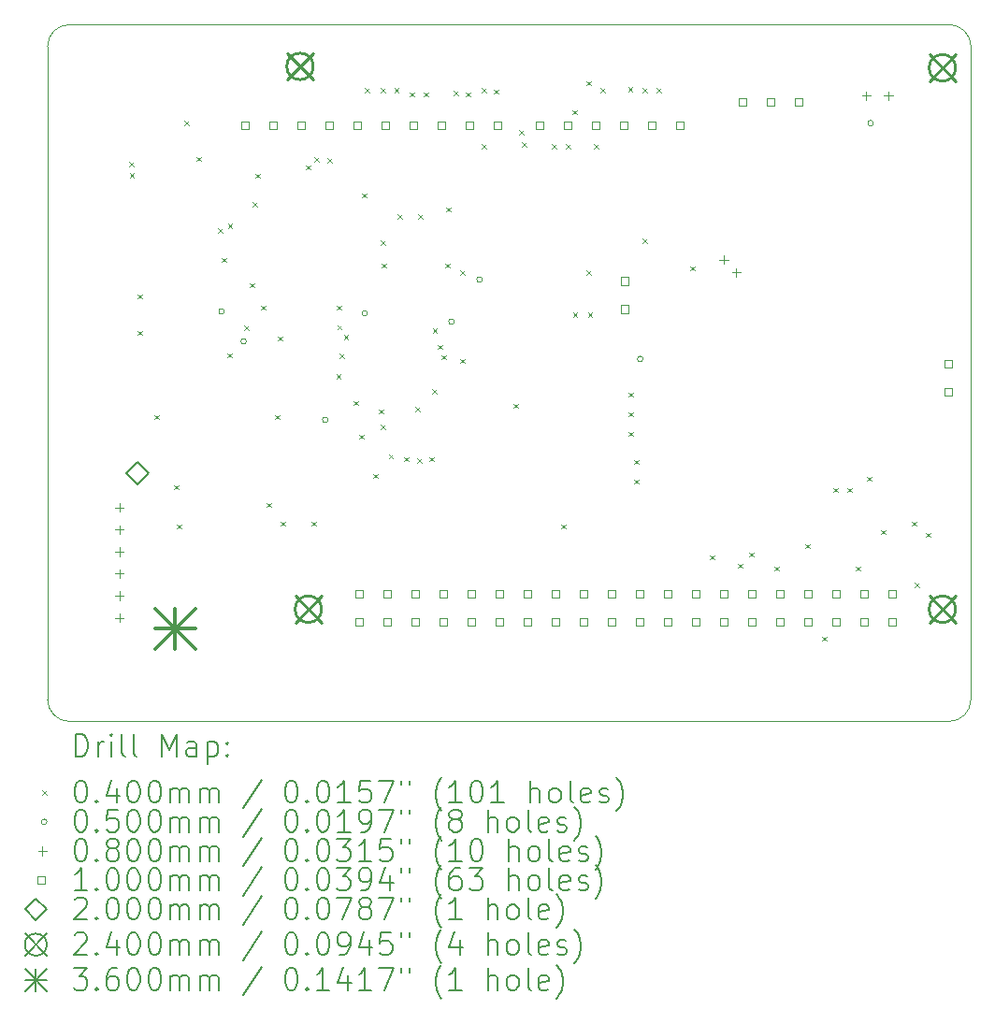
<source format=gbr>
%TF.GenerationSoftware,KiCad,Pcbnew,7.0.7*%
%TF.CreationDate,2024-08-03T11:43:09-04:00*%
%TF.ProjectId,mainbox1.0,6d61696e-626f-4783-912e-302e6b696361,rev?*%
%TF.SameCoordinates,Original*%
%TF.FileFunction,Drillmap*%
%TF.FilePolarity,Positive*%
%FSLAX45Y45*%
G04 Gerber Fmt 4.5, Leading zero omitted, Abs format (unit mm)*
G04 Created by KiCad (PCBNEW 7.0.7) date 2024-08-03 11:43:09*
%MOMM*%
%LPD*%
G01*
G04 APERTURE LIST*
%ADD10C,0.100000*%
%ADD11C,0.200000*%
%ADD12C,0.040000*%
%ADD13C,0.050000*%
%ADD14C,0.080000*%
%ADD15C,0.240000*%
%ADD16C,0.360000*%
G04 APERTURE END LIST*
D10*
X8886800Y-4930140D02*
G75*
G03*
X8686800Y-5130140I0J-200000D01*
G01*
X8686800Y-11039500D02*
G75*
G03*
X8886800Y-11239500I200000J0D01*
G01*
X8686800Y-11039500D02*
X8686800Y-5130140D01*
X17048480Y-5130140D02*
G75*
G03*
X16848480Y-4930140I-200000J0D01*
G01*
X8886800Y-4930140D02*
X16848480Y-4930140D01*
X16848480Y-11239500D02*
G75*
G03*
X17048480Y-11039500I0J200000D01*
G01*
X16848480Y-11239500D02*
X8886800Y-11239500D01*
X17048480Y-5130140D02*
X17048480Y-11039500D01*
D11*
D12*
X9428800Y-6175060D02*
X9468800Y-6215060D01*
X9468800Y-6175060D02*
X9428800Y-6215060D01*
X9431827Y-6274964D02*
X9471827Y-6314964D01*
X9471827Y-6274964D02*
X9431827Y-6314964D01*
X9505000Y-7371400D02*
X9545000Y-7411400D01*
X9545000Y-7371400D02*
X9505000Y-7411400D01*
X9505000Y-7701600D02*
X9545000Y-7741600D01*
X9545000Y-7701600D02*
X9505000Y-7741600D01*
X9657400Y-8463600D02*
X9697400Y-8503600D01*
X9697400Y-8463600D02*
X9657400Y-8503600D01*
X9835200Y-9098600D02*
X9875200Y-9138600D01*
X9875200Y-9098600D02*
X9835200Y-9138600D01*
X9860600Y-9455130D02*
X9900600Y-9495130D01*
X9900600Y-9455130D02*
X9860600Y-9495130D01*
X9926640Y-5802850D02*
X9966640Y-5842850D01*
X9966640Y-5802850D02*
X9926640Y-5842850D01*
X10038400Y-6126800D02*
X10078400Y-6166800D01*
X10078400Y-6126800D02*
X10038400Y-6166800D01*
X10228680Y-6774720D02*
X10268680Y-6814720D01*
X10268680Y-6774720D02*
X10228680Y-6814720D01*
X10267000Y-7041200D02*
X10307000Y-7081200D01*
X10307000Y-7041200D02*
X10267000Y-7081200D01*
X10317800Y-7904800D02*
X10357800Y-7944800D01*
X10357800Y-7904800D02*
X10317800Y-7944800D01*
X10320543Y-6735335D02*
X10360543Y-6775335D01*
X10360543Y-6735335D02*
X10320543Y-6775335D01*
X10468270Y-7655463D02*
X10508270Y-7695463D01*
X10508270Y-7655463D02*
X10468270Y-7695463D01*
X10521000Y-7269800D02*
X10561000Y-7309800D01*
X10561000Y-7269800D02*
X10521000Y-7309800D01*
X10546400Y-6536550D02*
X10586400Y-6576550D01*
X10586400Y-6536550D02*
X10546400Y-6576550D01*
X10571800Y-6279200D02*
X10611800Y-6319200D01*
X10611800Y-6279200D02*
X10571800Y-6319200D01*
X10622600Y-7473000D02*
X10662600Y-7513000D01*
X10662600Y-7473000D02*
X10622600Y-7513000D01*
X10669319Y-9259346D02*
X10709319Y-9299346D01*
X10709319Y-9259346D02*
X10669319Y-9299346D01*
X10749600Y-8463600D02*
X10789600Y-8503600D01*
X10789600Y-8463600D02*
X10749600Y-8503600D01*
X10775000Y-7752400D02*
X10815000Y-7792400D01*
X10815000Y-7752400D02*
X10775000Y-7792400D01*
X10800400Y-9428800D02*
X10840400Y-9468800D01*
X10840400Y-9428800D02*
X10800400Y-9468800D01*
X11029000Y-6203000D02*
X11069000Y-6243000D01*
X11069000Y-6203000D02*
X11029000Y-6243000D01*
X11079800Y-9428800D02*
X11119800Y-9468800D01*
X11119800Y-9428800D02*
X11079800Y-9468800D01*
X11101080Y-6130550D02*
X11141080Y-6170550D01*
X11141080Y-6130550D02*
X11101080Y-6170550D01*
X11219500Y-6139500D02*
X11259500Y-6179500D01*
X11259500Y-6139500D02*
X11219500Y-6179500D01*
X11302623Y-8094384D02*
X11342623Y-8134384D01*
X11342623Y-8094384D02*
X11302623Y-8134384D01*
X11308400Y-7473000D02*
X11348400Y-7513000D01*
X11348400Y-7473000D02*
X11308400Y-7513000D01*
X11309550Y-7650800D02*
X11349550Y-7690800D01*
X11349550Y-7650800D02*
X11309550Y-7690800D01*
X11330222Y-7907832D02*
X11370222Y-7947832D01*
X11370222Y-7907832D02*
X11330222Y-7947832D01*
X11369490Y-7742110D02*
X11409490Y-7782110D01*
X11409490Y-7742110D02*
X11369490Y-7782110D01*
X11460800Y-8336600D02*
X11500800Y-8376600D01*
X11500800Y-8336600D02*
X11460800Y-8376600D01*
X11511600Y-8641400D02*
X11551600Y-8681400D01*
X11551600Y-8641400D02*
X11511600Y-8681400D01*
X11537000Y-6457000D02*
X11577000Y-6497000D01*
X11577000Y-6457000D02*
X11537000Y-6497000D01*
X11562400Y-5504500D02*
X11602400Y-5544500D01*
X11602400Y-5504500D02*
X11562400Y-5544500D01*
X11638600Y-8997000D02*
X11678600Y-9037000D01*
X11678600Y-8997000D02*
X11638600Y-9037000D01*
X11688470Y-8412800D02*
X11728470Y-8452800D01*
X11728470Y-8412800D02*
X11688470Y-8452800D01*
X11701670Y-8552070D02*
X11741670Y-8592070D01*
X11741670Y-8552070D02*
X11701670Y-8592070D01*
X11702100Y-6885050D02*
X11742100Y-6925050D01*
X11742100Y-6885050D02*
X11702100Y-6925050D01*
X11703127Y-5504599D02*
X11743127Y-5544599D01*
X11743127Y-5504599D02*
X11703127Y-5544599D01*
X11714800Y-7092000D02*
X11754800Y-7132000D01*
X11754800Y-7092000D02*
X11714800Y-7132000D01*
X11775470Y-8818770D02*
X11815470Y-8858770D01*
X11815470Y-8818770D02*
X11775470Y-8858770D01*
X11828124Y-5504550D02*
X11868124Y-5544550D01*
X11868124Y-5504550D02*
X11828124Y-5544550D01*
X11854500Y-6647500D02*
X11894500Y-6687500D01*
X11894500Y-6647500D02*
X11854500Y-6687500D01*
X11918000Y-8844600D02*
X11958000Y-8884600D01*
X11958000Y-8844600D02*
X11918000Y-8884600D01*
X11968300Y-5542100D02*
X12008300Y-5582100D01*
X12008300Y-5542100D02*
X11968300Y-5582100D01*
X12017190Y-8389810D02*
X12057190Y-8429810D01*
X12057190Y-8389810D02*
X12017190Y-8429810D01*
X12032300Y-8856440D02*
X12072300Y-8896440D01*
X12072300Y-8856440D02*
X12032300Y-8896440D01*
X12045000Y-6647500D02*
X12085000Y-6687500D01*
X12085000Y-6647500D02*
X12045000Y-6687500D01*
X12095800Y-5542600D02*
X12135800Y-5582600D01*
X12135800Y-5542600D02*
X12095800Y-5582600D01*
X12146600Y-8844600D02*
X12186600Y-8884600D01*
X12186600Y-8844600D02*
X12146600Y-8884600D01*
X12172764Y-8233530D02*
X12212764Y-8273530D01*
X12212764Y-8233530D02*
X12172764Y-8273530D01*
X12173980Y-7678180D02*
X12213980Y-7718180D01*
X12213980Y-7678180D02*
X12173980Y-7718180D01*
X12222800Y-7828600D02*
X12262800Y-7868600D01*
X12262800Y-7828600D02*
X12222800Y-7868600D01*
X12254407Y-7923421D02*
X12294407Y-7963421D01*
X12294407Y-7923421D02*
X12254407Y-7963421D01*
X12291380Y-7092000D02*
X12331380Y-7132000D01*
X12331380Y-7092000D02*
X12291380Y-7132000D01*
X12299000Y-6584000D02*
X12339000Y-6624000D01*
X12339000Y-6584000D02*
X12299000Y-6624000D01*
X12362500Y-5532360D02*
X12402500Y-5572360D01*
X12402500Y-5532360D02*
X12362500Y-5572360D01*
X12426000Y-7155500D02*
X12466000Y-7195500D01*
X12466000Y-7155500D02*
X12426000Y-7195500D01*
X12426000Y-7955600D02*
X12466000Y-7995600D01*
X12466000Y-7955600D02*
X12426000Y-7995600D01*
X12476800Y-5542600D02*
X12516800Y-5582600D01*
X12516800Y-5542600D02*
X12476800Y-5582600D01*
X12616500Y-5504500D02*
X12656500Y-5544500D01*
X12656500Y-5504500D02*
X12616500Y-5544500D01*
X12616500Y-6012500D02*
X12656500Y-6052500D01*
X12656500Y-6012500D02*
X12616500Y-6052500D01*
X12730800Y-5517200D02*
X12770800Y-5557200D01*
X12770800Y-5517200D02*
X12730800Y-5557200D01*
X12908600Y-8362000D02*
X12948600Y-8402000D01*
X12948600Y-8362000D02*
X12908600Y-8402000D01*
X12955450Y-5885500D02*
X12995450Y-5925500D01*
X12995450Y-5885500D02*
X12955450Y-5925500D01*
X12981102Y-5996102D02*
X13021102Y-6036102D01*
X13021102Y-5996102D02*
X12981102Y-6036102D01*
X13251500Y-6012500D02*
X13291500Y-6052500D01*
X13291500Y-6012500D02*
X13251500Y-6052500D01*
X13340400Y-9454200D02*
X13380400Y-9494200D01*
X13380400Y-9454200D02*
X13340400Y-9494200D01*
X13378500Y-6012500D02*
X13418500Y-6052500D01*
X13418500Y-6012500D02*
X13378500Y-6052500D01*
X13442000Y-5703950D02*
X13482000Y-5743950D01*
X13482000Y-5703950D02*
X13442000Y-5743950D01*
X13444540Y-7536500D02*
X13484540Y-7576500D01*
X13484540Y-7536500D02*
X13444540Y-7576500D01*
X13569000Y-5441000D02*
X13609000Y-5481000D01*
X13609000Y-5441000D02*
X13569000Y-5481000D01*
X13569000Y-7155500D02*
X13609000Y-7195500D01*
X13609000Y-7155500D02*
X13569000Y-7195500D01*
X13579485Y-7536500D02*
X13619485Y-7576500D01*
X13619485Y-7536500D02*
X13579485Y-7576500D01*
X13632500Y-6012500D02*
X13672500Y-6052500D01*
X13672500Y-6012500D02*
X13632500Y-6052500D01*
X13696000Y-5504500D02*
X13736000Y-5544500D01*
X13736000Y-5504500D02*
X13696000Y-5544500D01*
X13942685Y-5497185D02*
X13982685Y-5537185D01*
X13982685Y-5497185D02*
X13942685Y-5537185D01*
X13950000Y-8260400D02*
X13990000Y-8300400D01*
X13990000Y-8260400D02*
X13950000Y-8300400D01*
X13950000Y-8438200D02*
X13990000Y-8478200D01*
X13990000Y-8438200D02*
X13950000Y-8478200D01*
X13950000Y-8616000D02*
X13990000Y-8656000D01*
X13990000Y-8616000D02*
X13950000Y-8656000D01*
X14000800Y-8870000D02*
X14040800Y-8910000D01*
X14040800Y-8870000D02*
X14000800Y-8910000D01*
X14000800Y-9047800D02*
X14040800Y-9087800D01*
X14040800Y-9047800D02*
X14000800Y-9087800D01*
X14077000Y-5504500D02*
X14117000Y-5544500D01*
X14117000Y-5504500D02*
X14077000Y-5544500D01*
X14077000Y-6868480D02*
X14117000Y-6908480D01*
X14117000Y-6868480D02*
X14077000Y-6908480D01*
X14204000Y-5504500D02*
X14244000Y-5544500D01*
X14244000Y-5504500D02*
X14204000Y-5544500D01*
X14508800Y-7117400D02*
X14548800Y-7157400D01*
X14548800Y-7117400D02*
X14508800Y-7157400D01*
X14686600Y-9733600D02*
X14726600Y-9773600D01*
X14726600Y-9733600D02*
X14686600Y-9773600D01*
X14940600Y-9809800D02*
X14980600Y-9849800D01*
X14980600Y-9809800D02*
X14940600Y-9849800D01*
X15042200Y-9708200D02*
X15082200Y-9748200D01*
X15082200Y-9708200D02*
X15042200Y-9748200D01*
X15270800Y-9835200D02*
X15310800Y-9875200D01*
X15310800Y-9835200D02*
X15270800Y-9875200D01*
X15550200Y-9632000D02*
X15590200Y-9672000D01*
X15590200Y-9632000D02*
X15550200Y-9672000D01*
X15702600Y-10470200D02*
X15742600Y-10510200D01*
X15742600Y-10470200D02*
X15702600Y-10510200D01*
X15804200Y-9124000D02*
X15844200Y-9164000D01*
X15844200Y-9124000D02*
X15804200Y-9164000D01*
X15931200Y-9124000D02*
X15971200Y-9164000D01*
X15971200Y-9124000D02*
X15931200Y-9164000D01*
X16007400Y-9835200D02*
X16047400Y-9875200D01*
X16047400Y-9835200D02*
X16007400Y-9875200D01*
X16109000Y-9022400D02*
X16149000Y-9062400D01*
X16149000Y-9022400D02*
X16109000Y-9062400D01*
X16236000Y-9505000D02*
X16276000Y-9545000D01*
X16276000Y-9505000D02*
X16236000Y-9545000D01*
X16515400Y-9428800D02*
X16555400Y-9468800D01*
X16555400Y-9428800D02*
X16515400Y-9468800D01*
X16540800Y-9985950D02*
X16580800Y-10025950D01*
X16580800Y-9985950D02*
X16540800Y-10025950D01*
X16642400Y-9530400D02*
X16682400Y-9570400D01*
X16682400Y-9530400D02*
X16642400Y-9570400D01*
D13*
X10287018Y-7527630D02*
G75*
G03*
X10287018Y-7527630I-25000J0D01*
G01*
X10488500Y-7797800D02*
G75*
G03*
X10488500Y-7797800I-25000J0D01*
G01*
X11226400Y-8509000D02*
G75*
G03*
X11226400Y-8509000I-25000J0D01*
G01*
X11583507Y-7544280D02*
G75*
G03*
X11583507Y-7544280I-25000J0D01*
G01*
X12369400Y-7620000D02*
G75*
G03*
X12369400Y-7620000I-25000J0D01*
G01*
X12623400Y-7239000D02*
G75*
G03*
X12623400Y-7239000I-25000J0D01*
G01*
X14078820Y-7957820D02*
G75*
G03*
X14078820Y-7957820I-25000J0D01*
G01*
X16164160Y-5822650D02*
G75*
G03*
X16164160Y-5822650I-25000J0D01*
G01*
D14*
X9338200Y-9262350D02*
X9338200Y-9342350D01*
X9298200Y-9302350D02*
X9378200Y-9302350D01*
X9338200Y-9462350D02*
X9338200Y-9542350D01*
X9298200Y-9502350D02*
X9378200Y-9502350D01*
X9338200Y-9662350D02*
X9338200Y-9742350D01*
X9298200Y-9702350D02*
X9378200Y-9702350D01*
X9338200Y-9862350D02*
X9338200Y-9942350D01*
X9298200Y-9902350D02*
X9378200Y-9902350D01*
X9338200Y-10062350D02*
X9338200Y-10142350D01*
X9298200Y-10102350D02*
X9378200Y-10102350D01*
X9338200Y-10262350D02*
X9338200Y-10342350D01*
X9298200Y-10302350D02*
X9378200Y-10302350D01*
X14810500Y-7019500D02*
X14810500Y-7099500D01*
X14770500Y-7059500D02*
X14850500Y-7059500D01*
X14922500Y-7135500D02*
X14922500Y-7215500D01*
X14882500Y-7175500D02*
X14962500Y-7175500D01*
X16100120Y-5535570D02*
X16100120Y-5615570D01*
X16060120Y-5575570D02*
X16140120Y-5575570D01*
X16300120Y-5535570D02*
X16300120Y-5615570D01*
X16260120Y-5575570D02*
X16340120Y-5575570D01*
D10*
X10512856Y-5877356D02*
X10512856Y-5806644D01*
X10442144Y-5806644D01*
X10442144Y-5877356D01*
X10512856Y-5877356D01*
X10766856Y-5877356D02*
X10766856Y-5806644D01*
X10696144Y-5806644D01*
X10696144Y-5877356D01*
X10766856Y-5877356D01*
X11020856Y-5877356D02*
X11020856Y-5806644D01*
X10950144Y-5806644D01*
X10950144Y-5877356D01*
X11020856Y-5877356D01*
X11274856Y-5877356D02*
X11274856Y-5806644D01*
X11204144Y-5806644D01*
X11204144Y-5877356D01*
X11274856Y-5877356D01*
X11528856Y-5877356D02*
X11528856Y-5806644D01*
X11458144Y-5806644D01*
X11458144Y-5877356D01*
X11528856Y-5877356D01*
X11541556Y-10119156D02*
X11541556Y-10048444D01*
X11470844Y-10048444D01*
X11470844Y-10119156D01*
X11541556Y-10119156D01*
X11541556Y-10373156D02*
X11541556Y-10302444D01*
X11470844Y-10302444D01*
X11470844Y-10373156D01*
X11541556Y-10373156D01*
X11782856Y-5877356D02*
X11782856Y-5806644D01*
X11712144Y-5806644D01*
X11712144Y-5877356D01*
X11782856Y-5877356D01*
X11795556Y-10119156D02*
X11795556Y-10048444D01*
X11724844Y-10048444D01*
X11724844Y-10119156D01*
X11795556Y-10119156D01*
X11795556Y-10373156D02*
X11795556Y-10302444D01*
X11724844Y-10302444D01*
X11724844Y-10373156D01*
X11795556Y-10373156D01*
X12036856Y-5877356D02*
X12036856Y-5806644D01*
X11966144Y-5806644D01*
X11966144Y-5877356D01*
X12036856Y-5877356D01*
X12049556Y-10119156D02*
X12049556Y-10048444D01*
X11978844Y-10048444D01*
X11978844Y-10119156D01*
X12049556Y-10119156D01*
X12049556Y-10373156D02*
X12049556Y-10302444D01*
X11978844Y-10302444D01*
X11978844Y-10373156D01*
X12049556Y-10373156D01*
X12290856Y-5877356D02*
X12290856Y-5806644D01*
X12220144Y-5806644D01*
X12220144Y-5877356D01*
X12290856Y-5877356D01*
X12303556Y-10119156D02*
X12303556Y-10048444D01*
X12232844Y-10048444D01*
X12232844Y-10119156D01*
X12303556Y-10119156D01*
X12303556Y-10373156D02*
X12303556Y-10302444D01*
X12232844Y-10302444D01*
X12232844Y-10373156D01*
X12303556Y-10373156D01*
X12544856Y-5877356D02*
X12544856Y-5806644D01*
X12474144Y-5806644D01*
X12474144Y-5877356D01*
X12544856Y-5877356D01*
X12557556Y-10119156D02*
X12557556Y-10048444D01*
X12486844Y-10048444D01*
X12486844Y-10119156D01*
X12557556Y-10119156D01*
X12557556Y-10373156D02*
X12557556Y-10302444D01*
X12486844Y-10302444D01*
X12486844Y-10373156D01*
X12557556Y-10373156D01*
X12798856Y-5877356D02*
X12798856Y-5806644D01*
X12728144Y-5806644D01*
X12728144Y-5877356D01*
X12798856Y-5877356D01*
X12811556Y-10119156D02*
X12811556Y-10048444D01*
X12740844Y-10048444D01*
X12740844Y-10119156D01*
X12811556Y-10119156D01*
X12811556Y-10373156D02*
X12811556Y-10302444D01*
X12740844Y-10302444D01*
X12740844Y-10373156D01*
X12811556Y-10373156D01*
X13065556Y-10119156D02*
X13065556Y-10048444D01*
X12994844Y-10048444D01*
X12994844Y-10119156D01*
X13065556Y-10119156D01*
X13065556Y-10373156D02*
X13065556Y-10302444D01*
X12994844Y-10302444D01*
X12994844Y-10373156D01*
X13065556Y-10373156D01*
X13179856Y-5877356D02*
X13179856Y-5806644D01*
X13109144Y-5806644D01*
X13109144Y-5877356D01*
X13179856Y-5877356D01*
X13319556Y-10119156D02*
X13319556Y-10048444D01*
X13248844Y-10048444D01*
X13248844Y-10119156D01*
X13319556Y-10119156D01*
X13319556Y-10373156D02*
X13319556Y-10302444D01*
X13248844Y-10302444D01*
X13248844Y-10373156D01*
X13319556Y-10373156D01*
X13433856Y-5877356D02*
X13433856Y-5806644D01*
X13363144Y-5806644D01*
X13363144Y-5877356D01*
X13433856Y-5877356D01*
X13573556Y-10119156D02*
X13573556Y-10048444D01*
X13502844Y-10048444D01*
X13502844Y-10119156D01*
X13573556Y-10119156D01*
X13573556Y-10373156D02*
X13573556Y-10302444D01*
X13502844Y-10302444D01*
X13502844Y-10373156D01*
X13573556Y-10373156D01*
X13687856Y-5877356D02*
X13687856Y-5806644D01*
X13617144Y-5806644D01*
X13617144Y-5877356D01*
X13687856Y-5877356D01*
X13827556Y-10119156D02*
X13827556Y-10048444D01*
X13756844Y-10048444D01*
X13756844Y-10119156D01*
X13827556Y-10119156D01*
X13827556Y-10373156D02*
X13827556Y-10302444D01*
X13756844Y-10302444D01*
X13756844Y-10373156D01*
X13827556Y-10373156D01*
X13941856Y-5877356D02*
X13941856Y-5806644D01*
X13871144Y-5806644D01*
X13871144Y-5877356D01*
X13941856Y-5877356D01*
X13946936Y-7287056D02*
X13946936Y-7216344D01*
X13876224Y-7216344D01*
X13876224Y-7287056D01*
X13946936Y-7287056D01*
X13946936Y-7541056D02*
X13946936Y-7470344D01*
X13876224Y-7470344D01*
X13876224Y-7541056D01*
X13946936Y-7541056D01*
X14081556Y-10119156D02*
X14081556Y-10048444D01*
X14010844Y-10048444D01*
X14010844Y-10119156D01*
X14081556Y-10119156D01*
X14081556Y-10373156D02*
X14081556Y-10302444D01*
X14010844Y-10302444D01*
X14010844Y-10373156D01*
X14081556Y-10373156D01*
X14195856Y-5877356D02*
X14195856Y-5806644D01*
X14125144Y-5806644D01*
X14125144Y-5877356D01*
X14195856Y-5877356D01*
X14335556Y-10119156D02*
X14335556Y-10048444D01*
X14264844Y-10048444D01*
X14264844Y-10119156D01*
X14335556Y-10119156D01*
X14335556Y-10373156D02*
X14335556Y-10302444D01*
X14264844Y-10302444D01*
X14264844Y-10373156D01*
X14335556Y-10373156D01*
X14449856Y-5877356D02*
X14449856Y-5806644D01*
X14379144Y-5806644D01*
X14379144Y-5877356D01*
X14449856Y-5877356D01*
X14589556Y-10119156D02*
X14589556Y-10048444D01*
X14518844Y-10048444D01*
X14518844Y-10119156D01*
X14589556Y-10119156D01*
X14589556Y-10373156D02*
X14589556Y-10302444D01*
X14518844Y-10302444D01*
X14518844Y-10373156D01*
X14589556Y-10373156D01*
X14843556Y-10119156D02*
X14843556Y-10048444D01*
X14772844Y-10048444D01*
X14772844Y-10119156D01*
X14843556Y-10119156D01*
X14843556Y-10373156D02*
X14843556Y-10302444D01*
X14772844Y-10302444D01*
X14772844Y-10373156D01*
X14843556Y-10373156D01*
X15013736Y-5663996D02*
X15013736Y-5593284D01*
X14943024Y-5593284D01*
X14943024Y-5663996D01*
X15013736Y-5663996D01*
X15097556Y-10119156D02*
X15097556Y-10048444D01*
X15026844Y-10048444D01*
X15026844Y-10119156D01*
X15097556Y-10119156D01*
X15097556Y-10373156D02*
X15097556Y-10302444D01*
X15026844Y-10302444D01*
X15026844Y-10373156D01*
X15097556Y-10373156D01*
X15267736Y-5663996D02*
X15267736Y-5593284D01*
X15197024Y-5593284D01*
X15197024Y-5663996D01*
X15267736Y-5663996D01*
X15351556Y-10119156D02*
X15351556Y-10048444D01*
X15280844Y-10048444D01*
X15280844Y-10119156D01*
X15351556Y-10119156D01*
X15351556Y-10373156D02*
X15351556Y-10302444D01*
X15280844Y-10302444D01*
X15280844Y-10373156D01*
X15351556Y-10373156D01*
X15521736Y-5663996D02*
X15521736Y-5593284D01*
X15451024Y-5593284D01*
X15451024Y-5663996D01*
X15521736Y-5663996D01*
X15605556Y-10119156D02*
X15605556Y-10048444D01*
X15534844Y-10048444D01*
X15534844Y-10119156D01*
X15605556Y-10119156D01*
X15605556Y-10373156D02*
X15605556Y-10302444D01*
X15534844Y-10302444D01*
X15534844Y-10373156D01*
X15605556Y-10373156D01*
X15859556Y-10119156D02*
X15859556Y-10048444D01*
X15788844Y-10048444D01*
X15788844Y-10119156D01*
X15859556Y-10119156D01*
X15859556Y-10373156D02*
X15859556Y-10302444D01*
X15788844Y-10302444D01*
X15788844Y-10373156D01*
X15859556Y-10373156D01*
X16113556Y-10119156D02*
X16113556Y-10048444D01*
X16042844Y-10048444D01*
X16042844Y-10119156D01*
X16113556Y-10119156D01*
X16113556Y-10373156D02*
X16113556Y-10302444D01*
X16042844Y-10302444D01*
X16042844Y-10373156D01*
X16113556Y-10373156D01*
X16367556Y-10119156D02*
X16367556Y-10048444D01*
X16296844Y-10048444D01*
X16296844Y-10119156D01*
X16367556Y-10119156D01*
X16367556Y-10373156D02*
X16367556Y-10302444D01*
X16296844Y-10302444D01*
X16296844Y-10373156D01*
X16367556Y-10373156D01*
X16875556Y-8035856D02*
X16875556Y-7965144D01*
X16804844Y-7965144D01*
X16804844Y-8035856D01*
X16875556Y-8035856D01*
X16875556Y-8289856D02*
X16875556Y-8219144D01*
X16804844Y-8219144D01*
X16804844Y-8289856D01*
X16875556Y-8289856D01*
D11*
X9499600Y-9091600D02*
X9599600Y-8991600D01*
X9499600Y-8891600D01*
X9399600Y-8991600D01*
X9499600Y-9091600D01*
D15*
X10852800Y-5189000D02*
X11092800Y-5429000D01*
X11092800Y-5189000D02*
X10852800Y-5429000D01*
X11092800Y-5309000D02*
G75*
G03*
X11092800Y-5309000I-120000J0D01*
G01*
X10929000Y-10103500D02*
X11169000Y-10343500D01*
X11169000Y-10103500D02*
X10929000Y-10343500D01*
X11169000Y-10223500D02*
G75*
G03*
X11169000Y-10223500I-120000J0D01*
G01*
X16669400Y-5201700D02*
X16909400Y-5441700D01*
X16909400Y-5201700D02*
X16669400Y-5441700D01*
X16909400Y-5321700D02*
G75*
G03*
X16909400Y-5321700I-120000J0D01*
G01*
X16669400Y-10103900D02*
X16909400Y-10343900D01*
X16909400Y-10103900D02*
X16669400Y-10343900D01*
X16909400Y-10223900D02*
G75*
G03*
X16909400Y-10223900I-120000J0D01*
G01*
D16*
X9662500Y-10221300D02*
X10022500Y-10581300D01*
X10022500Y-10221300D02*
X9662500Y-10581300D01*
X9842500Y-10221300D02*
X9842500Y-10581300D01*
X9662500Y-10401300D02*
X10022500Y-10401300D01*
D11*
X8942577Y-11555984D02*
X8942577Y-11355984D01*
X8942577Y-11355984D02*
X8990196Y-11355984D01*
X8990196Y-11355984D02*
X9018767Y-11365508D01*
X9018767Y-11365508D02*
X9037815Y-11384555D01*
X9037815Y-11384555D02*
X9047339Y-11403603D01*
X9047339Y-11403603D02*
X9056863Y-11441698D01*
X9056863Y-11441698D02*
X9056863Y-11470269D01*
X9056863Y-11470269D02*
X9047339Y-11508365D01*
X9047339Y-11508365D02*
X9037815Y-11527412D01*
X9037815Y-11527412D02*
X9018767Y-11546460D01*
X9018767Y-11546460D02*
X8990196Y-11555984D01*
X8990196Y-11555984D02*
X8942577Y-11555984D01*
X9142577Y-11555984D02*
X9142577Y-11422650D01*
X9142577Y-11460746D02*
X9152101Y-11441698D01*
X9152101Y-11441698D02*
X9161624Y-11432174D01*
X9161624Y-11432174D02*
X9180672Y-11422650D01*
X9180672Y-11422650D02*
X9199720Y-11422650D01*
X9266386Y-11555984D02*
X9266386Y-11422650D01*
X9266386Y-11355984D02*
X9256863Y-11365508D01*
X9256863Y-11365508D02*
X9266386Y-11375031D01*
X9266386Y-11375031D02*
X9275910Y-11365508D01*
X9275910Y-11365508D02*
X9266386Y-11355984D01*
X9266386Y-11355984D02*
X9266386Y-11375031D01*
X9390196Y-11555984D02*
X9371148Y-11546460D01*
X9371148Y-11546460D02*
X9361624Y-11527412D01*
X9361624Y-11527412D02*
X9361624Y-11355984D01*
X9494958Y-11555984D02*
X9475910Y-11546460D01*
X9475910Y-11546460D02*
X9466386Y-11527412D01*
X9466386Y-11527412D02*
X9466386Y-11355984D01*
X9723529Y-11555984D02*
X9723529Y-11355984D01*
X9723529Y-11355984D02*
X9790196Y-11498841D01*
X9790196Y-11498841D02*
X9856863Y-11355984D01*
X9856863Y-11355984D02*
X9856863Y-11555984D01*
X10037815Y-11555984D02*
X10037815Y-11451222D01*
X10037815Y-11451222D02*
X10028291Y-11432174D01*
X10028291Y-11432174D02*
X10009244Y-11422650D01*
X10009244Y-11422650D02*
X9971148Y-11422650D01*
X9971148Y-11422650D02*
X9952101Y-11432174D01*
X10037815Y-11546460D02*
X10018767Y-11555984D01*
X10018767Y-11555984D02*
X9971148Y-11555984D01*
X9971148Y-11555984D02*
X9952101Y-11546460D01*
X9952101Y-11546460D02*
X9942577Y-11527412D01*
X9942577Y-11527412D02*
X9942577Y-11508365D01*
X9942577Y-11508365D02*
X9952101Y-11489317D01*
X9952101Y-11489317D02*
X9971148Y-11479793D01*
X9971148Y-11479793D02*
X10018767Y-11479793D01*
X10018767Y-11479793D02*
X10037815Y-11470269D01*
X10133053Y-11422650D02*
X10133053Y-11622650D01*
X10133053Y-11432174D02*
X10152101Y-11422650D01*
X10152101Y-11422650D02*
X10190196Y-11422650D01*
X10190196Y-11422650D02*
X10209244Y-11432174D01*
X10209244Y-11432174D02*
X10218767Y-11441698D01*
X10218767Y-11441698D02*
X10228291Y-11460746D01*
X10228291Y-11460746D02*
X10228291Y-11517888D01*
X10228291Y-11517888D02*
X10218767Y-11536936D01*
X10218767Y-11536936D02*
X10209244Y-11546460D01*
X10209244Y-11546460D02*
X10190196Y-11555984D01*
X10190196Y-11555984D02*
X10152101Y-11555984D01*
X10152101Y-11555984D02*
X10133053Y-11546460D01*
X10314005Y-11536936D02*
X10323529Y-11546460D01*
X10323529Y-11546460D02*
X10314005Y-11555984D01*
X10314005Y-11555984D02*
X10304482Y-11546460D01*
X10304482Y-11546460D02*
X10314005Y-11536936D01*
X10314005Y-11536936D02*
X10314005Y-11555984D01*
X10314005Y-11432174D02*
X10323529Y-11441698D01*
X10323529Y-11441698D02*
X10314005Y-11451222D01*
X10314005Y-11451222D02*
X10304482Y-11441698D01*
X10304482Y-11441698D02*
X10314005Y-11432174D01*
X10314005Y-11432174D02*
X10314005Y-11451222D01*
D12*
X8641800Y-11864500D02*
X8681800Y-11904500D01*
X8681800Y-11864500D02*
X8641800Y-11904500D01*
D11*
X8980672Y-11775984D02*
X8999720Y-11775984D01*
X8999720Y-11775984D02*
X9018767Y-11785508D01*
X9018767Y-11785508D02*
X9028291Y-11795031D01*
X9028291Y-11795031D02*
X9037815Y-11814079D01*
X9037815Y-11814079D02*
X9047339Y-11852174D01*
X9047339Y-11852174D02*
X9047339Y-11899793D01*
X9047339Y-11899793D02*
X9037815Y-11937888D01*
X9037815Y-11937888D02*
X9028291Y-11956936D01*
X9028291Y-11956936D02*
X9018767Y-11966460D01*
X9018767Y-11966460D02*
X8999720Y-11975984D01*
X8999720Y-11975984D02*
X8980672Y-11975984D01*
X8980672Y-11975984D02*
X8961624Y-11966460D01*
X8961624Y-11966460D02*
X8952101Y-11956936D01*
X8952101Y-11956936D02*
X8942577Y-11937888D01*
X8942577Y-11937888D02*
X8933053Y-11899793D01*
X8933053Y-11899793D02*
X8933053Y-11852174D01*
X8933053Y-11852174D02*
X8942577Y-11814079D01*
X8942577Y-11814079D02*
X8952101Y-11795031D01*
X8952101Y-11795031D02*
X8961624Y-11785508D01*
X8961624Y-11785508D02*
X8980672Y-11775984D01*
X9133053Y-11956936D02*
X9142577Y-11966460D01*
X9142577Y-11966460D02*
X9133053Y-11975984D01*
X9133053Y-11975984D02*
X9123529Y-11966460D01*
X9123529Y-11966460D02*
X9133053Y-11956936D01*
X9133053Y-11956936D02*
X9133053Y-11975984D01*
X9314005Y-11842650D02*
X9314005Y-11975984D01*
X9266386Y-11766460D02*
X9218767Y-11909317D01*
X9218767Y-11909317D02*
X9342577Y-11909317D01*
X9456863Y-11775984D02*
X9475910Y-11775984D01*
X9475910Y-11775984D02*
X9494958Y-11785508D01*
X9494958Y-11785508D02*
X9504482Y-11795031D01*
X9504482Y-11795031D02*
X9514005Y-11814079D01*
X9514005Y-11814079D02*
X9523529Y-11852174D01*
X9523529Y-11852174D02*
X9523529Y-11899793D01*
X9523529Y-11899793D02*
X9514005Y-11937888D01*
X9514005Y-11937888D02*
X9504482Y-11956936D01*
X9504482Y-11956936D02*
X9494958Y-11966460D01*
X9494958Y-11966460D02*
X9475910Y-11975984D01*
X9475910Y-11975984D02*
X9456863Y-11975984D01*
X9456863Y-11975984D02*
X9437815Y-11966460D01*
X9437815Y-11966460D02*
X9428291Y-11956936D01*
X9428291Y-11956936D02*
X9418767Y-11937888D01*
X9418767Y-11937888D02*
X9409244Y-11899793D01*
X9409244Y-11899793D02*
X9409244Y-11852174D01*
X9409244Y-11852174D02*
X9418767Y-11814079D01*
X9418767Y-11814079D02*
X9428291Y-11795031D01*
X9428291Y-11795031D02*
X9437815Y-11785508D01*
X9437815Y-11785508D02*
X9456863Y-11775984D01*
X9647339Y-11775984D02*
X9666386Y-11775984D01*
X9666386Y-11775984D02*
X9685434Y-11785508D01*
X9685434Y-11785508D02*
X9694958Y-11795031D01*
X9694958Y-11795031D02*
X9704482Y-11814079D01*
X9704482Y-11814079D02*
X9714005Y-11852174D01*
X9714005Y-11852174D02*
X9714005Y-11899793D01*
X9714005Y-11899793D02*
X9704482Y-11937888D01*
X9704482Y-11937888D02*
X9694958Y-11956936D01*
X9694958Y-11956936D02*
X9685434Y-11966460D01*
X9685434Y-11966460D02*
X9666386Y-11975984D01*
X9666386Y-11975984D02*
X9647339Y-11975984D01*
X9647339Y-11975984D02*
X9628291Y-11966460D01*
X9628291Y-11966460D02*
X9618767Y-11956936D01*
X9618767Y-11956936D02*
X9609244Y-11937888D01*
X9609244Y-11937888D02*
X9599720Y-11899793D01*
X9599720Y-11899793D02*
X9599720Y-11852174D01*
X9599720Y-11852174D02*
X9609244Y-11814079D01*
X9609244Y-11814079D02*
X9618767Y-11795031D01*
X9618767Y-11795031D02*
X9628291Y-11785508D01*
X9628291Y-11785508D02*
X9647339Y-11775984D01*
X9799720Y-11975984D02*
X9799720Y-11842650D01*
X9799720Y-11861698D02*
X9809244Y-11852174D01*
X9809244Y-11852174D02*
X9828291Y-11842650D01*
X9828291Y-11842650D02*
X9856863Y-11842650D01*
X9856863Y-11842650D02*
X9875910Y-11852174D01*
X9875910Y-11852174D02*
X9885434Y-11871222D01*
X9885434Y-11871222D02*
X9885434Y-11975984D01*
X9885434Y-11871222D02*
X9894958Y-11852174D01*
X9894958Y-11852174D02*
X9914005Y-11842650D01*
X9914005Y-11842650D02*
X9942577Y-11842650D01*
X9942577Y-11842650D02*
X9961625Y-11852174D01*
X9961625Y-11852174D02*
X9971148Y-11871222D01*
X9971148Y-11871222D02*
X9971148Y-11975984D01*
X10066386Y-11975984D02*
X10066386Y-11842650D01*
X10066386Y-11861698D02*
X10075910Y-11852174D01*
X10075910Y-11852174D02*
X10094958Y-11842650D01*
X10094958Y-11842650D02*
X10123529Y-11842650D01*
X10123529Y-11842650D02*
X10142577Y-11852174D01*
X10142577Y-11852174D02*
X10152101Y-11871222D01*
X10152101Y-11871222D02*
X10152101Y-11975984D01*
X10152101Y-11871222D02*
X10161625Y-11852174D01*
X10161625Y-11852174D02*
X10180672Y-11842650D01*
X10180672Y-11842650D02*
X10209244Y-11842650D01*
X10209244Y-11842650D02*
X10228291Y-11852174D01*
X10228291Y-11852174D02*
X10237815Y-11871222D01*
X10237815Y-11871222D02*
X10237815Y-11975984D01*
X10628291Y-11766460D02*
X10456863Y-12023603D01*
X10885434Y-11775984D02*
X10904482Y-11775984D01*
X10904482Y-11775984D02*
X10923529Y-11785508D01*
X10923529Y-11785508D02*
X10933053Y-11795031D01*
X10933053Y-11795031D02*
X10942577Y-11814079D01*
X10942577Y-11814079D02*
X10952101Y-11852174D01*
X10952101Y-11852174D02*
X10952101Y-11899793D01*
X10952101Y-11899793D02*
X10942577Y-11937888D01*
X10942577Y-11937888D02*
X10933053Y-11956936D01*
X10933053Y-11956936D02*
X10923529Y-11966460D01*
X10923529Y-11966460D02*
X10904482Y-11975984D01*
X10904482Y-11975984D02*
X10885434Y-11975984D01*
X10885434Y-11975984D02*
X10866387Y-11966460D01*
X10866387Y-11966460D02*
X10856863Y-11956936D01*
X10856863Y-11956936D02*
X10847339Y-11937888D01*
X10847339Y-11937888D02*
X10837815Y-11899793D01*
X10837815Y-11899793D02*
X10837815Y-11852174D01*
X10837815Y-11852174D02*
X10847339Y-11814079D01*
X10847339Y-11814079D02*
X10856863Y-11795031D01*
X10856863Y-11795031D02*
X10866387Y-11785508D01*
X10866387Y-11785508D02*
X10885434Y-11775984D01*
X11037815Y-11956936D02*
X11047339Y-11966460D01*
X11047339Y-11966460D02*
X11037815Y-11975984D01*
X11037815Y-11975984D02*
X11028291Y-11966460D01*
X11028291Y-11966460D02*
X11037815Y-11956936D01*
X11037815Y-11956936D02*
X11037815Y-11975984D01*
X11171148Y-11775984D02*
X11190196Y-11775984D01*
X11190196Y-11775984D02*
X11209244Y-11785508D01*
X11209244Y-11785508D02*
X11218767Y-11795031D01*
X11218767Y-11795031D02*
X11228291Y-11814079D01*
X11228291Y-11814079D02*
X11237815Y-11852174D01*
X11237815Y-11852174D02*
X11237815Y-11899793D01*
X11237815Y-11899793D02*
X11228291Y-11937888D01*
X11228291Y-11937888D02*
X11218767Y-11956936D01*
X11218767Y-11956936D02*
X11209244Y-11966460D01*
X11209244Y-11966460D02*
X11190196Y-11975984D01*
X11190196Y-11975984D02*
X11171148Y-11975984D01*
X11171148Y-11975984D02*
X11152101Y-11966460D01*
X11152101Y-11966460D02*
X11142577Y-11956936D01*
X11142577Y-11956936D02*
X11133053Y-11937888D01*
X11133053Y-11937888D02*
X11123529Y-11899793D01*
X11123529Y-11899793D02*
X11123529Y-11852174D01*
X11123529Y-11852174D02*
X11133053Y-11814079D01*
X11133053Y-11814079D02*
X11142577Y-11795031D01*
X11142577Y-11795031D02*
X11152101Y-11785508D01*
X11152101Y-11785508D02*
X11171148Y-11775984D01*
X11428291Y-11975984D02*
X11314006Y-11975984D01*
X11371148Y-11975984D02*
X11371148Y-11775984D01*
X11371148Y-11775984D02*
X11352101Y-11804555D01*
X11352101Y-11804555D02*
X11333053Y-11823603D01*
X11333053Y-11823603D02*
X11314006Y-11833127D01*
X11609244Y-11775984D02*
X11514006Y-11775984D01*
X11514006Y-11775984D02*
X11504482Y-11871222D01*
X11504482Y-11871222D02*
X11514006Y-11861698D01*
X11514006Y-11861698D02*
X11533053Y-11852174D01*
X11533053Y-11852174D02*
X11580672Y-11852174D01*
X11580672Y-11852174D02*
X11599720Y-11861698D01*
X11599720Y-11861698D02*
X11609244Y-11871222D01*
X11609244Y-11871222D02*
X11618767Y-11890269D01*
X11618767Y-11890269D02*
X11618767Y-11937888D01*
X11618767Y-11937888D02*
X11609244Y-11956936D01*
X11609244Y-11956936D02*
X11599720Y-11966460D01*
X11599720Y-11966460D02*
X11580672Y-11975984D01*
X11580672Y-11975984D02*
X11533053Y-11975984D01*
X11533053Y-11975984D02*
X11514006Y-11966460D01*
X11514006Y-11966460D02*
X11504482Y-11956936D01*
X11685434Y-11775984D02*
X11818767Y-11775984D01*
X11818767Y-11775984D02*
X11733053Y-11975984D01*
X11885434Y-11775984D02*
X11885434Y-11814079D01*
X11961625Y-11775984D02*
X11961625Y-11814079D01*
X12256863Y-12052174D02*
X12247339Y-12042650D01*
X12247339Y-12042650D02*
X12228291Y-12014079D01*
X12228291Y-12014079D02*
X12218768Y-11995031D01*
X12218768Y-11995031D02*
X12209244Y-11966460D01*
X12209244Y-11966460D02*
X12199720Y-11918841D01*
X12199720Y-11918841D02*
X12199720Y-11880746D01*
X12199720Y-11880746D02*
X12209244Y-11833127D01*
X12209244Y-11833127D02*
X12218768Y-11804555D01*
X12218768Y-11804555D02*
X12228291Y-11785508D01*
X12228291Y-11785508D02*
X12247339Y-11756936D01*
X12247339Y-11756936D02*
X12256863Y-11747412D01*
X12437815Y-11975984D02*
X12323529Y-11975984D01*
X12380672Y-11975984D02*
X12380672Y-11775984D01*
X12380672Y-11775984D02*
X12361625Y-11804555D01*
X12361625Y-11804555D02*
X12342577Y-11823603D01*
X12342577Y-11823603D02*
X12323529Y-11833127D01*
X12561625Y-11775984D02*
X12580672Y-11775984D01*
X12580672Y-11775984D02*
X12599720Y-11785508D01*
X12599720Y-11785508D02*
X12609244Y-11795031D01*
X12609244Y-11795031D02*
X12618768Y-11814079D01*
X12618768Y-11814079D02*
X12628291Y-11852174D01*
X12628291Y-11852174D02*
X12628291Y-11899793D01*
X12628291Y-11899793D02*
X12618768Y-11937888D01*
X12618768Y-11937888D02*
X12609244Y-11956936D01*
X12609244Y-11956936D02*
X12599720Y-11966460D01*
X12599720Y-11966460D02*
X12580672Y-11975984D01*
X12580672Y-11975984D02*
X12561625Y-11975984D01*
X12561625Y-11975984D02*
X12542577Y-11966460D01*
X12542577Y-11966460D02*
X12533053Y-11956936D01*
X12533053Y-11956936D02*
X12523529Y-11937888D01*
X12523529Y-11937888D02*
X12514006Y-11899793D01*
X12514006Y-11899793D02*
X12514006Y-11852174D01*
X12514006Y-11852174D02*
X12523529Y-11814079D01*
X12523529Y-11814079D02*
X12533053Y-11795031D01*
X12533053Y-11795031D02*
X12542577Y-11785508D01*
X12542577Y-11785508D02*
X12561625Y-11775984D01*
X12818768Y-11975984D02*
X12704482Y-11975984D01*
X12761625Y-11975984D02*
X12761625Y-11775984D01*
X12761625Y-11775984D02*
X12742577Y-11804555D01*
X12742577Y-11804555D02*
X12723529Y-11823603D01*
X12723529Y-11823603D02*
X12704482Y-11833127D01*
X13056863Y-11975984D02*
X13056863Y-11775984D01*
X13142577Y-11975984D02*
X13142577Y-11871222D01*
X13142577Y-11871222D02*
X13133053Y-11852174D01*
X13133053Y-11852174D02*
X13114006Y-11842650D01*
X13114006Y-11842650D02*
X13085434Y-11842650D01*
X13085434Y-11842650D02*
X13066387Y-11852174D01*
X13066387Y-11852174D02*
X13056863Y-11861698D01*
X13266387Y-11975984D02*
X13247339Y-11966460D01*
X13247339Y-11966460D02*
X13237815Y-11956936D01*
X13237815Y-11956936D02*
X13228291Y-11937888D01*
X13228291Y-11937888D02*
X13228291Y-11880746D01*
X13228291Y-11880746D02*
X13237815Y-11861698D01*
X13237815Y-11861698D02*
X13247339Y-11852174D01*
X13247339Y-11852174D02*
X13266387Y-11842650D01*
X13266387Y-11842650D02*
X13294958Y-11842650D01*
X13294958Y-11842650D02*
X13314006Y-11852174D01*
X13314006Y-11852174D02*
X13323530Y-11861698D01*
X13323530Y-11861698D02*
X13333053Y-11880746D01*
X13333053Y-11880746D02*
X13333053Y-11937888D01*
X13333053Y-11937888D02*
X13323530Y-11956936D01*
X13323530Y-11956936D02*
X13314006Y-11966460D01*
X13314006Y-11966460D02*
X13294958Y-11975984D01*
X13294958Y-11975984D02*
X13266387Y-11975984D01*
X13447339Y-11975984D02*
X13428291Y-11966460D01*
X13428291Y-11966460D02*
X13418768Y-11947412D01*
X13418768Y-11947412D02*
X13418768Y-11775984D01*
X13599720Y-11966460D02*
X13580672Y-11975984D01*
X13580672Y-11975984D02*
X13542577Y-11975984D01*
X13542577Y-11975984D02*
X13523530Y-11966460D01*
X13523530Y-11966460D02*
X13514006Y-11947412D01*
X13514006Y-11947412D02*
X13514006Y-11871222D01*
X13514006Y-11871222D02*
X13523530Y-11852174D01*
X13523530Y-11852174D02*
X13542577Y-11842650D01*
X13542577Y-11842650D02*
X13580672Y-11842650D01*
X13580672Y-11842650D02*
X13599720Y-11852174D01*
X13599720Y-11852174D02*
X13609244Y-11871222D01*
X13609244Y-11871222D02*
X13609244Y-11890269D01*
X13609244Y-11890269D02*
X13514006Y-11909317D01*
X13685434Y-11966460D02*
X13704482Y-11975984D01*
X13704482Y-11975984D02*
X13742577Y-11975984D01*
X13742577Y-11975984D02*
X13761625Y-11966460D01*
X13761625Y-11966460D02*
X13771149Y-11947412D01*
X13771149Y-11947412D02*
X13771149Y-11937888D01*
X13771149Y-11937888D02*
X13761625Y-11918841D01*
X13761625Y-11918841D02*
X13742577Y-11909317D01*
X13742577Y-11909317D02*
X13714006Y-11909317D01*
X13714006Y-11909317D02*
X13694958Y-11899793D01*
X13694958Y-11899793D02*
X13685434Y-11880746D01*
X13685434Y-11880746D02*
X13685434Y-11871222D01*
X13685434Y-11871222D02*
X13694958Y-11852174D01*
X13694958Y-11852174D02*
X13714006Y-11842650D01*
X13714006Y-11842650D02*
X13742577Y-11842650D01*
X13742577Y-11842650D02*
X13761625Y-11852174D01*
X13837815Y-12052174D02*
X13847339Y-12042650D01*
X13847339Y-12042650D02*
X13866387Y-12014079D01*
X13866387Y-12014079D02*
X13875911Y-11995031D01*
X13875911Y-11995031D02*
X13885434Y-11966460D01*
X13885434Y-11966460D02*
X13894958Y-11918841D01*
X13894958Y-11918841D02*
X13894958Y-11880746D01*
X13894958Y-11880746D02*
X13885434Y-11833127D01*
X13885434Y-11833127D02*
X13875911Y-11804555D01*
X13875911Y-11804555D02*
X13866387Y-11785508D01*
X13866387Y-11785508D02*
X13847339Y-11756936D01*
X13847339Y-11756936D02*
X13837815Y-11747412D01*
D13*
X8681800Y-12148500D02*
G75*
G03*
X8681800Y-12148500I-25000J0D01*
G01*
D11*
X8980672Y-12039984D02*
X8999720Y-12039984D01*
X8999720Y-12039984D02*
X9018767Y-12049508D01*
X9018767Y-12049508D02*
X9028291Y-12059031D01*
X9028291Y-12059031D02*
X9037815Y-12078079D01*
X9037815Y-12078079D02*
X9047339Y-12116174D01*
X9047339Y-12116174D02*
X9047339Y-12163793D01*
X9047339Y-12163793D02*
X9037815Y-12201888D01*
X9037815Y-12201888D02*
X9028291Y-12220936D01*
X9028291Y-12220936D02*
X9018767Y-12230460D01*
X9018767Y-12230460D02*
X8999720Y-12239984D01*
X8999720Y-12239984D02*
X8980672Y-12239984D01*
X8980672Y-12239984D02*
X8961624Y-12230460D01*
X8961624Y-12230460D02*
X8952101Y-12220936D01*
X8952101Y-12220936D02*
X8942577Y-12201888D01*
X8942577Y-12201888D02*
X8933053Y-12163793D01*
X8933053Y-12163793D02*
X8933053Y-12116174D01*
X8933053Y-12116174D02*
X8942577Y-12078079D01*
X8942577Y-12078079D02*
X8952101Y-12059031D01*
X8952101Y-12059031D02*
X8961624Y-12049508D01*
X8961624Y-12049508D02*
X8980672Y-12039984D01*
X9133053Y-12220936D02*
X9142577Y-12230460D01*
X9142577Y-12230460D02*
X9133053Y-12239984D01*
X9133053Y-12239984D02*
X9123529Y-12230460D01*
X9123529Y-12230460D02*
X9133053Y-12220936D01*
X9133053Y-12220936D02*
X9133053Y-12239984D01*
X9323529Y-12039984D02*
X9228291Y-12039984D01*
X9228291Y-12039984D02*
X9218767Y-12135222D01*
X9218767Y-12135222D02*
X9228291Y-12125698D01*
X9228291Y-12125698D02*
X9247339Y-12116174D01*
X9247339Y-12116174D02*
X9294958Y-12116174D01*
X9294958Y-12116174D02*
X9314005Y-12125698D01*
X9314005Y-12125698D02*
X9323529Y-12135222D01*
X9323529Y-12135222D02*
X9333053Y-12154269D01*
X9333053Y-12154269D02*
X9333053Y-12201888D01*
X9333053Y-12201888D02*
X9323529Y-12220936D01*
X9323529Y-12220936D02*
X9314005Y-12230460D01*
X9314005Y-12230460D02*
X9294958Y-12239984D01*
X9294958Y-12239984D02*
X9247339Y-12239984D01*
X9247339Y-12239984D02*
X9228291Y-12230460D01*
X9228291Y-12230460D02*
X9218767Y-12220936D01*
X9456863Y-12039984D02*
X9475910Y-12039984D01*
X9475910Y-12039984D02*
X9494958Y-12049508D01*
X9494958Y-12049508D02*
X9504482Y-12059031D01*
X9504482Y-12059031D02*
X9514005Y-12078079D01*
X9514005Y-12078079D02*
X9523529Y-12116174D01*
X9523529Y-12116174D02*
X9523529Y-12163793D01*
X9523529Y-12163793D02*
X9514005Y-12201888D01*
X9514005Y-12201888D02*
X9504482Y-12220936D01*
X9504482Y-12220936D02*
X9494958Y-12230460D01*
X9494958Y-12230460D02*
X9475910Y-12239984D01*
X9475910Y-12239984D02*
X9456863Y-12239984D01*
X9456863Y-12239984D02*
X9437815Y-12230460D01*
X9437815Y-12230460D02*
X9428291Y-12220936D01*
X9428291Y-12220936D02*
X9418767Y-12201888D01*
X9418767Y-12201888D02*
X9409244Y-12163793D01*
X9409244Y-12163793D02*
X9409244Y-12116174D01*
X9409244Y-12116174D02*
X9418767Y-12078079D01*
X9418767Y-12078079D02*
X9428291Y-12059031D01*
X9428291Y-12059031D02*
X9437815Y-12049508D01*
X9437815Y-12049508D02*
X9456863Y-12039984D01*
X9647339Y-12039984D02*
X9666386Y-12039984D01*
X9666386Y-12039984D02*
X9685434Y-12049508D01*
X9685434Y-12049508D02*
X9694958Y-12059031D01*
X9694958Y-12059031D02*
X9704482Y-12078079D01*
X9704482Y-12078079D02*
X9714005Y-12116174D01*
X9714005Y-12116174D02*
X9714005Y-12163793D01*
X9714005Y-12163793D02*
X9704482Y-12201888D01*
X9704482Y-12201888D02*
X9694958Y-12220936D01*
X9694958Y-12220936D02*
X9685434Y-12230460D01*
X9685434Y-12230460D02*
X9666386Y-12239984D01*
X9666386Y-12239984D02*
X9647339Y-12239984D01*
X9647339Y-12239984D02*
X9628291Y-12230460D01*
X9628291Y-12230460D02*
X9618767Y-12220936D01*
X9618767Y-12220936D02*
X9609244Y-12201888D01*
X9609244Y-12201888D02*
X9599720Y-12163793D01*
X9599720Y-12163793D02*
X9599720Y-12116174D01*
X9599720Y-12116174D02*
X9609244Y-12078079D01*
X9609244Y-12078079D02*
X9618767Y-12059031D01*
X9618767Y-12059031D02*
X9628291Y-12049508D01*
X9628291Y-12049508D02*
X9647339Y-12039984D01*
X9799720Y-12239984D02*
X9799720Y-12106650D01*
X9799720Y-12125698D02*
X9809244Y-12116174D01*
X9809244Y-12116174D02*
X9828291Y-12106650D01*
X9828291Y-12106650D02*
X9856863Y-12106650D01*
X9856863Y-12106650D02*
X9875910Y-12116174D01*
X9875910Y-12116174D02*
X9885434Y-12135222D01*
X9885434Y-12135222D02*
X9885434Y-12239984D01*
X9885434Y-12135222D02*
X9894958Y-12116174D01*
X9894958Y-12116174D02*
X9914005Y-12106650D01*
X9914005Y-12106650D02*
X9942577Y-12106650D01*
X9942577Y-12106650D02*
X9961625Y-12116174D01*
X9961625Y-12116174D02*
X9971148Y-12135222D01*
X9971148Y-12135222D02*
X9971148Y-12239984D01*
X10066386Y-12239984D02*
X10066386Y-12106650D01*
X10066386Y-12125698D02*
X10075910Y-12116174D01*
X10075910Y-12116174D02*
X10094958Y-12106650D01*
X10094958Y-12106650D02*
X10123529Y-12106650D01*
X10123529Y-12106650D02*
X10142577Y-12116174D01*
X10142577Y-12116174D02*
X10152101Y-12135222D01*
X10152101Y-12135222D02*
X10152101Y-12239984D01*
X10152101Y-12135222D02*
X10161625Y-12116174D01*
X10161625Y-12116174D02*
X10180672Y-12106650D01*
X10180672Y-12106650D02*
X10209244Y-12106650D01*
X10209244Y-12106650D02*
X10228291Y-12116174D01*
X10228291Y-12116174D02*
X10237815Y-12135222D01*
X10237815Y-12135222D02*
X10237815Y-12239984D01*
X10628291Y-12030460D02*
X10456863Y-12287603D01*
X10885434Y-12039984D02*
X10904482Y-12039984D01*
X10904482Y-12039984D02*
X10923529Y-12049508D01*
X10923529Y-12049508D02*
X10933053Y-12059031D01*
X10933053Y-12059031D02*
X10942577Y-12078079D01*
X10942577Y-12078079D02*
X10952101Y-12116174D01*
X10952101Y-12116174D02*
X10952101Y-12163793D01*
X10952101Y-12163793D02*
X10942577Y-12201888D01*
X10942577Y-12201888D02*
X10933053Y-12220936D01*
X10933053Y-12220936D02*
X10923529Y-12230460D01*
X10923529Y-12230460D02*
X10904482Y-12239984D01*
X10904482Y-12239984D02*
X10885434Y-12239984D01*
X10885434Y-12239984D02*
X10866387Y-12230460D01*
X10866387Y-12230460D02*
X10856863Y-12220936D01*
X10856863Y-12220936D02*
X10847339Y-12201888D01*
X10847339Y-12201888D02*
X10837815Y-12163793D01*
X10837815Y-12163793D02*
X10837815Y-12116174D01*
X10837815Y-12116174D02*
X10847339Y-12078079D01*
X10847339Y-12078079D02*
X10856863Y-12059031D01*
X10856863Y-12059031D02*
X10866387Y-12049508D01*
X10866387Y-12049508D02*
X10885434Y-12039984D01*
X11037815Y-12220936D02*
X11047339Y-12230460D01*
X11047339Y-12230460D02*
X11037815Y-12239984D01*
X11037815Y-12239984D02*
X11028291Y-12230460D01*
X11028291Y-12230460D02*
X11037815Y-12220936D01*
X11037815Y-12220936D02*
X11037815Y-12239984D01*
X11171148Y-12039984D02*
X11190196Y-12039984D01*
X11190196Y-12039984D02*
X11209244Y-12049508D01*
X11209244Y-12049508D02*
X11218767Y-12059031D01*
X11218767Y-12059031D02*
X11228291Y-12078079D01*
X11228291Y-12078079D02*
X11237815Y-12116174D01*
X11237815Y-12116174D02*
X11237815Y-12163793D01*
X11237815Y-12163793D02*
X11228291Y-12201888D01*
X11228291Y-12201888D02*
X11218767Y-12220936D01*
X11218767Y-12220936D02*
X11209244Y-12230460D01*
X11209244Y-12230460D02*
X11190196Y-12239984D01*
X11190196Y-12239984D02*
X11171148Y-12239984D01*
X11171148Y-12239984D02*
X11152101Y-12230460D01*
X11152101Y-12230460D02*
X11142577Y-12220936D01*
X11142577Y-12220936D02*
X11133053Y-12201888D01*
X11133053Y-12201888D02*
X11123529Y-12163793D01*
X11123529Y-12163793D02*
X11123529Y-12116174D01*
X11123529Y-12116174D02*
X11133053Y-12078079D01*
X11133053Y-12078079D02*
X11142577Y-12059031D01*
X11142577Y-12059031D02*
X11152101Y-12049508D01*
X11152101Y-12049508D02*
X11171148Y-12039984D01*
X11428291Y-12239984D02*
X11314006Y-12239984D01*
X11371148Y-12239984D02*
X11371148Y-12039984D01*
X11371148Y-12039984D02*
X11352101Y-12068555D01*
X11352101Y-12068555D02*
X11333053Y-12087603D01*
X11333053Y-12087603D02*
X11314006Y-12097127D01*
X11523529Y-12239984D02*
X11561625Y-12239984D01*
X11561625Y-12239984D02*
X11580672Y-12230460D01*
X11580672Y-12230460D02*
X11590196Y-12220936D01*
X11590196Y-12220936D02*
X11609244Y-12192365D01*
X11609244Y-12192365D02*
X11618767Y-12154269D01*
X11618767Y-12154269D02*
X11618767Y-12078079D01*
X11618767Y-12078079D02*
X11609244Y-12059031D01*
X11609244Y-12059031D02*
X11599720Y-12049508D01*
X11599720Y-12049508D02*
X11580672Y-12039984D01*
X11580672Y-12039984D02*
X11542577Y-12039984D01*
X11542577Y-12039984D02*
X11523529Y-12049508D01*
X11523529Y-12049508D02*
X11514006Y-12059031D01*
X11514006Y-12059031D02*
X11504482Y-12078079D01*
X11504482Y-12078079D02*
X11504482Y-12125698D01*
X11504482Y-12125698D02*
X11514006Y-12144746D01*
X11514006Y-12144746D02*
X11523529Y-12154269D01*
X11523529Y-12154269D02*
X11542577Y-12163793D01*
X11542577Y-12163793D02*
X11580672Y-12163793D01*
X11580672Y-12163793D02*
X11599720Y-12154269D01*
X11599720Y-12154269D02*
X11609244Y-12144746D01*
X11609244Y-12144746D02*
X11618767Y-12125698D01*
X11685434Y-12039984D02*
X11818767Y-12039984D01*
X11818767Y-12039984D02*
X11733053Y-12239984D01*
X11885434Y-12039984D02*
X11885434Y-12078079D01*
X11961625Y-12039984D02*
X11961625Y-12078079D01*
X12256863Y-12316174D02*
X12247339Y-12306650D01*
X12247339Y-12306650D02*
X12228291Y-12278079D01*
X12228291Y-12278079D02*
X12218768Y-12259031D01*
X12218768Y-12259031D02*
X12209244Y-12230460D01*
X12209244Y-12230460D02*
X12199720Y-12182841D01*
X12199720Y-12182841D02*
X12199720Y-12144746D01*
X12199720Y-12144746D02*
X12209244Y-12097127D01*
X12209244Y-12097127D02*
X12218768Y-12068555D01*
X12218768Y-12068555D02*
X12228291Y-12049508D01*
X12228291Y-12049508D02*
X12247339Y-12020936D01*
X12247339Y-12020936D02*
X12256863Y-12011412D01*
X12361625Y-12125698D02*
X12342577Y-12116174D01*
X12342577Y-12116174D02*
X12333053Y-12106650D01*
X12333053Y-12106650D02*
X12323529Y-12087603D01*
X12323529Y-12087603D02*
X12323529Y-12078079D01*
X12323529Y-12078079D02*
X12333053Y-12059031D01*
X12333053Y-12059031D02*
X12342577Y-12049508D01*
X12342577Y-12049508D02*
X12361625Y-12039984D01*
X12361625Y-12039984D02*
X12399720Y-12039984D01*
X12399720Y-12039984D02*
X12418768Y-12049508D01*
X12418768Y-12049508D02*
X12428291Y-12059031D01*
X12428291Y-12059031D02*
X12437815Y-12078079D01*
X12437815Y-12078079D02*
X12437815Y-12087603D01*
X12437815Y-12087603D02*
X12428291Y-12106650D01*
X12428291Y-12106650D02*
X12418768Y-12116174D01*
X12418768Y-12116174D02*
X12399720Y-12125698D01*
X12399720Y-12125698D02*
X12361625Y-12125698D01*
X12361625Y-12125698D02*
X12342577Y-12135222D01*
X12342577Y-12135222D02*
X12333053Y-12144746D01*
X12333053Y-12144746D02*
X12323529Y-12163793D01*
X12323529Y-12163793D02*
X12323529Y-12201888D01*
X12323529Y-12201888D02*
X12333053Y-12220936D01*
X12333053Y-12220936D02*
X12342577Y-12230460D01*
X12342577Y-12230460D02*
X12361625Y-12239984D01*
X12361625Y-12239984D02*
X12399720Y-12239984D01*
X12399720Y-12239984D02*
X12418768Y-12230460D01*
X12418768Y-12230460D02*
X12428291Y-12220936D01*
X12428291Y-12220936D02*
X12437815Y-12201888D01*
X12437815Y-12201888D02*
X12437815Y-12163793D01*
X12437815Y-12163793D02*
X12428291Y-12144746D01*
X12428291Y-12144746D02*
X12418768Y-12135222D01*
X12418768Y-12135222D02*
X12399720Y-12125698D01*
X12675910Y-12239984D02*
X12675910Y-12039984D01*
X12761625Y-12239984D02*
X12761625Y-12135222D01*
X12761625Y-12135222D02*
X12752101Y-12116174D01*
X12752101Y-12116174D02*
X12733053Y-12106650D01*
X12733053Y-12106650D02*
X12704482Y-12106650D01*
X12704482Y-12106650D02*
X12685434Y-12116174D01*
X12685434Y-12116174D02*
X12675910Y-12125698D01*
X12885434Y-12239984D02*
X12866387Y-12230460D01*
X12866387Y-12230460D02*
X12856863Y-12220936D01*
X12856863Y-12220936D02*
X12847339Y-12201888D01*
X12847339Y-12201888D02*
X12847339Y-12144746D01*
X12847339Y-12144746D02*
X12856863Y-12125698D01*
X12856863Y-12125698D02*
X12866387Y-12116174D01*
X12866387Y-12116174D02*
X12885434Y-12106650D01*
X12885434Y-12106650D02*
X12914006Y-12106650D01*
X12914006Y-12106650D02*
X12933053Y-12116174D01*
X12933053Y-12116174D02*
X12942577Y-12125698D01*
X12942577Y-12125698D02*
X12952101Y-12144746D01*
X12952101Y-12144746D02*
X12952101Y-12201888D01*
X12952101Y-12201888D02*
X12942577Y-12220936D01*
X12942577Y-12220936D02*
X12933053Y-12230460D01*
X12933053Y-12230460D02*
X12914006Y-12239984D01*
X12914006Y-12239984D02*
X12885434Y-12239984D01*
X13066387Y-12239984D02*
X13047339Y-12230460D01*
X13047339Y-12230460D02*
X13037815Y-12211412D01*
X13037815Y-12211412D02*
X13037815Y-12039984D01*
X13218768Y-12230460D02*
X13199720Y-12239984D01*
X13199720Y-12239984D02*
X13161625Y-12239984D01*
X13161625Y-12239984D02*
X13142577Y-12230460D01*
X13142577Y-12230460D02*
X13133053Y-12211412D01*
X13133053Y-12211412D02*
X13133053Y-12135222D01*
X13133053Y-12135222D02*
X13142577Y-12116174D01*
X13142577Y-12116174D02*
X13161625Y-12106650D01*
X13161625Y-12106650D02*
X13199720Y-12106650D01*
X13199720Y-12106650D02*
X13218768Y-12116174D01*
X13218768Y-12116174D02*
X13228291Y-12135222D01*
X13228291Y-12135222D02*
X13228291Y-12154269D01*
X13228291Y-12154269D02*
X13133053Y-12173317D01*
X13304482Y-12230460D02*
X13323530Y-12239984D01*
X13323530Y-12239984D02*
X13361625Y-12239984D01*
X13361625Y-12239984D02*
X13380672Y-12230460D01*
X13380672Y-12230460D02*
X13390196Y-12211412D01*
X13390196Y-12211412D02*
X13390196Y-12201888D01*
X13390196Y-12201888D02*
X13380672Y-12182841D01*
X13380672Y-12182841D02*
X13361625Y-12173317D01*
X13361625Y-12173317D02*
X13333053Y-12173317D01*
X13333053Y-12173317D02*
X13314006Y-12163793D01*
X13314006Y-12163793D02*
X13304482Y-12144746D01*
X13304482Y-12144746D02*
X13304482Y-12135222D01*
X13304482Y-12135222D02*
X13314006Y-12116174D01*
X13314006Y-12116174D02*
X13333053Y-12106650D01*
X13333053Y-12106650D02*
X13361625Y-12106650D01*
X13361625Y-12106650D02*
X13380672Y-12116174D01*
X13456863Y-12316174D02*
X13466387Y-12306650D01*
X13466387Y-12306650D02*
X13485434Y-12278079D01*
X13485434Y-12278079D02*
X13494958Y-12259031D01*
X13494958Y-12259031D02*
X13504482Y-12230460D01*
X13504482Y-12230460D02*
X13514006Y-12182841D01*
X13514006Y-12182841D02*
X13514006Y-12144746D01*
X13514006Y-12144746D02*
X13504482Y-12097127D01*
X13504482Y-12097127D02*
X13494958Y-12068555D01*
X13494958Y-12068555D02*
X13485434Y-12049508D01*
X13485434Y-12049508D02*
X13466387Y-12020936D01*
X13466387Y-12020936D02*
X13456863Y-12011412D01*
D14*
X8641800Y-12372500D02*
X8641800Y-12452500D01*
X8601800Y-12412500D02*
X8681800Y-12412500D01*
D11*
X8980672Y-12303984D02*
X8999720Y-12303984D01*
X8999720Y-12303984D02*
X9018767Y-12313508D01*
X9018767Y-12313508D02*
X9028291Y-12323031D01*
X9028291Y-12323031D02*
X9037815Y-12342079D01*
X9037815Y-12342079D02*
X9047339Y-12380174D01*
X9047339Y-12380174D02*
X9047339Y-12427793D01*
X9047339Y-12427793D02*
X9037815Y-12465888D01*
X9037815Y-12465888D02*
X9028291Y-12484936D01*
X9028291Y-12484936D02*
X9018767Y-12494460D01*
X9018767Y-12494460D02*
X8999720Y-12503984D01*
X8999720Y-12503984D02*
X8980672Y-12503984D01*
X8980672Y-12503984D02*
X8961624Y-12494460D01*
X8961624Y-12494460D02*
X8952101Y-12484936D01*
X8952101Y-12484936D02*
X8942577Y-12465888D01*
X8942577Y-12465888D02*
X8933053Y-12427793D01*
X8933053Y-12427793D02*
X8933053Y-12380174D01*
X8933053Y-12380174D02*
X8942577Y-12342079D01*
X8942577Y-12342079D02*
X8952101Y-12323031D01*
X8952101Y-12323031D02*
X8961624Y-12313508D01*
X8961624Y-12313508D02*
X8980672Y-12303984D01*
X9133053Y-12484936D02*
X9142577Y-12494460D01*
X9142577Y-12494460D02*
X9133053Y-12503984D01*
X9133053Y-12503984D02*
X9123529Y-12494460D01*
X9123529Y-12494460D02*
X9133053Y-12484936D01*
X9133053Y-12484936D02*
X9133053Y-12503984D01*
X9256863Y-12389698D02*
X9237815Y-12380174D01*
X9237815Y-12380174D02*
X9228291Y-12370650D01*
X9228291Y-12370650D02*
X9218767Y-12351603D01*
X9218767Y-12351603D02*
X9218767Y-12342079D01*
X9218767Y-12342079D02*
X9228291Y-12323031D01*
X9228291Y-12323031D02*
X9237815Y-12313508D01*
X9237815Y-12313508D02*
X9256863Y-12303984D01*
X9256863Y-12303984D02*
X9294958Y-12303984D01*
X9294958Y-12303984D02*
X9314005Y-12313508D01*
X9314005Y-12313508D02*
X9323529Y-12323031D01*
X9323529Y-12323031D02*
X9333053Y-12342079D01*
X9333053Y-12342079D02*
X9333053Y-12351603D01*
X9333053Y-12351603D02*
X9323529Y-12370650D01*
X9323529Y-12370650D02*
X9314005Y-12380174D01*
X9314005Y-12380174D02*
X9294958Y-12389698D01*
X9294958Y-12389698D02*
X9256863Y-12389698D01*
X9256863Y-12389698D02*
X9237815Y-12399222D01*
X9237815Y-12399222D02*
X9228291Y-12408746D01*
X9228291Y-12408746D02*
X9218767Y-12427793D01*
X9218767Y-12427793D02*
X9218767Y-12465888D01*
X9218767Y-12465888D02*
X9228291Y-12484936D01*
X9228291Y-12484936D02*
X9237815Y-12494460D01*
X9237815Y-12494460D02*
X9256863Y-12503984D01*
X9256863Y-12503984D02*
X9294958Y-12503984D01*
X9294958Y-12503984D02*
X9314005Y-12494460D01*
X9314005Y-12494460D02*
X9323529Y-12484936D01*
X9323529Y-12484936D02*
X9333053Y-12465888D01*
X9333053Y-12465888D02*
X9333053Y-12427793D01*
X9333053Y-12427793D02*
X9323529Y-12408746D01*
X9323529Y-12408746D02*
X9314005Y-12399222D01*
X9314005Y-12399222D02*
X9294958Y-12389698D01*
X9456863Y-12303984D02*
X9475910Y-12303984D01*
X9475910Y-12303984D02*
X9494958Y-12313508D01*
X9494958Y-12313508D02*
X9504482Y-12323031D01*
X9504482Y-12323031D02*
X9514005Y-12342079D01*
X9514005Y-12342079D02*
X9523529Y-12380174D01*
X9523529Y-12380174D02*
X9523529Y-12427793D01*
X9523529Y-12427793D02*
X9514005Y-12465888D01*
X9514005Y-12465888D02*
X9504482Y-12484936D01*
X9504482Y-12484936D02*
X9494958Y-12494460D01*
X9494958Y-12494460D02*
X9475910Y-12503984D01*
X9475910Y-12503984D02*
X9456863Y-12503984D01*
X9456863Y-12503984D02*
X9437815Y-12494460D01*
X9437815Y-12494460D02*
X9428291Y-12484936D01*
X9428291Y-12484936D02*
X9418767Y-12465888D01*
X9418767Y-12465888D02*
X9409244Y-12427793D01*
X9409244Y-12427793D02*
X9409244Y-12380174D01*
X9409244Y-12380174D02*
X9418767Y-12342079D01*
X9418767Y-12342079D02*
X9428291Y-12323031D01*
X9428291Y-12323031D02*
X9437815Y-12313508D01*
X9437815Y-12313508D02*
X9456863Y-12303984D01*
X9647339Y-12303984D02*
X9666386Y-12303984D01*
X9666386Y-12303984D02*
X9685434Y-12313508D01*
X9685434Y-12313508D02*
X9694958Y-12323031D01*
X9694958Y-12323031D02*
X9704482Y-12342079D01*
X9704482Y-12342079D02*
X9714005Y-12380174D01*
X9714005Y-12380174D02*
X9714005Y-12427793D01*
X9714005Y-12427793D02*
X9704482Y-12465888D01*
X9704482Y-12465888D02*
X9694958Y-12484936D01*
X9694958Y-12484936D02*
X9685434Y-12494460D01*
X9685434Y-12494460D02*
X9666386Y-12503984D01*
X9666386Y-12503984D02*
X9647339Y-12503984D01*
X9647339Y-12503984D02*
X9628291Y-12494460D01*
X9628291Y-12494460D02*
X9618767Y-12484936D01*
X9618767Y-12484936D02*
X9609244Y-12465888D01*
X9609244Y-12465888D02*
X9599720Y-12427793D01*
X9599720Y-12427793D02*
X9599720Y-12380174D01*
X9599720Y-12380174D02*
X9609244Y-12342079D01*
X9609244Y-12342079D02*
X9618767Y-12323031D01*
X9618767Y-12323031D02*
X9628291Y-12313508D01*
X9628291Y-12313508D02*
X9647339Y-12303984D01*
X9799720Y-12503984D02*
X9799720Y-12370650D01*
X9799720Y-12389698D02*
X9809244Y-12380174D01*
X9809244Y-12380174D02*
X9828291Y-12370650D01*
X9828291Y-12370650D02*
X9856863Y-12370650D01*
X9856863Y-12370650D02*
X9875910Y-12380174D01*
X9875910Y-12380174D02*
X9885434Y-12399222D01*
X9885434Y-12399222D02*
X9885434Y-12503984D01*
X9885434Y-12399222D02*
X9894958Y-12380174D01*
X9894958Y-12380174D02*
X9914005Y-12370650D01*
X9914005Y-12370650D02*
X9942577Y-12370650D01*
X9942577Y-12370650D02*
X9961625Y-12380174D01*
X9961625Y-12380174D02*
X9971148Y-12399222D01*
X9971148Y-12399222D02*
X9971148Y-12503984D01*
X10066386Y-12503984D02*
X10066386Y-12370650D01*
X10066386Y-12389698D02*
X10075910Y-12380174D01*
X10075910Y-12380174D02*
X10094958Y-12370650D01*
X10094958Y-12370650D02*
X10123529Y-12370650D01*
X10123529Y-12370650D02*
X10142577Y-12380174D01*
X10142577Y-12380174D02*
X10152101Y-12399222D01*
X10152101Y-12399222D02*
X10152101Y-12503984D01*
X10152101Y-12399222D02*
X10161625Y-12380174D01*
X10161625Y-12380174D02*
X10180672Y-12370650D01*
X10180672Y-12370650D02*
X10209244Y-12370650D01*
X10209244Y-12370650D02*
X10228291Y-12380174D01*
X10228291Y-12380174D02*
X10237815Y-12399222D01*
X10237815Y-12399222D02*
X10237815Y-12503984D01*
X10628291Y-12294460D02*
X10456863Y-12551603D01*
X10885434Y-12303984D02*
X10904482Y-12303984D01*
X10904482Y-12303984D02*
X10923529Y-12313508D01*
X10923529Y-12313508D02*
X10933053Y-12323031D01*
X10933053Y-12323031D02*
X10942577Y-12342079D01*
X10942577Y-12342079D02*
X10952101Y-12380174D01*
X10952101Y-12380174D02*
X10952101Y-12427793D01*
X10952101Y-12427793D02*
X10942577Y-12465888D01*
X10942577Y-12465888D02*
X10933053Y-12484936D01*
X10933053Y-12484936D02*
X10923529Y-12494460D01*
X10923529Y-12494460D02*
X10904482Y-12503984D01*
X10904482Y-12503984D02*
X10885434Y-12503984D01*
X10885434Y-12503984D02*
X10866387Y-12494460D01*
X10866387Y-12494460D02*
X10856863Y-12484936D01*
X10856863Y-12484936D02*
X10847339Y-12465888D01*
X10847339Y-12465888D02*
X10837815Y-12427793D01*
X10837815Y-12427793D02*
X10837815Y-12380174D01*
X10837815Y-12380174D02*
X10847339Y-12342079D01*
X10847339Y-12342079D02*
X10856863Y-12323031D01*
X10856863Y-12323031D02*
X10866387Y-12313508D01*
X10866387Y-12313508D02*
X10885434Y-12303984D01*
X11037815Y-12484936D02*
X11047339Y-12494460D01*
X11047339Y-12494460D02*
X11037815Y-12503984D01*
X11037815Y-12503984D02*
X11028291Y-12494460D01*
X11028291Y-12494460D02*
X11037815Y-12484936D01*
X11037815Y-12484936D02*
X11037815Y-12503984D01*
X11171148Y-12303984D02*
X11190196Y-12303984D01*
X11190196Y-12303984D02*
X11209244Y-12313508D01*
X11209244Y-12313508D02*
X11218767Y-12323031D01*
X11218767Y-12323031D02*
X11228291Y-12342079D01*
X11228291Y-12342079D02*
X11237815Y-12380174D01*
X11237815Y-12380174D02*
X11237815Y-12427793D01*
X11237815Y-12427793D02*
X11228291Y-12465888D01*
X11228291Y-12465888D02*
X11218767Y-12484936D01*
X11218767Y-12484936D02*
X11209244Y-12494460D01*
X11209244Y-12494460D02*
X11190196Y-12503984D01*
X11190196Y-12503984D02*
X11171148Y-12503984D01*
X11171148Y-12503984D02*
X11152101Y-12494460D01*
X11152101Y-12494460D02*
X11142577Y-12484936D01*
X11142577Y-12484936D02*
X11133053Y-12465888D01*
X11133053Y-12465888D02*
X11123529Y-12427793D01*
X11123529Y-12427793D02*
X11123529Y-12380174D01*
X11123529Y-12380174D02*
X11133053Y-12342079D01*
X11133053Y-12342079D02*
X11142577Y-12323031D01*
X11142577Y-12323031D02*
X11152101Y-12313508D01*
X11152101Y-12313508D02*
X11171148Y-12303984D01*
X11304482Y-12303984D02*
X11428291Y-12303984D01*
X11428291Y-12303984D02*
X11361625Y-12380174D01*
X11361625Y-12380174D02*
X11390196Y-12380174D01*
X11390196Y-12380174D02*
X11409244Y-12389698D01*
X11409244Y-12389698D02*
X11418767Y-12399222D01*
X11418767Y-12399222D02*
X11428291Y-12418269D01*
X11428291Y-12418269D02*
X11428291Y-12465888D01*
X11428291Y-12465888D02*
X11418767Y-12484936D01*
X11418767Y-12484936D02*
X11409244Y-12494460D01*
X11409244Y-12494460D02*
X11390196Y-12503984D01*
X11390196Y-12503984D02*
X11333053Y-12503984D01*
X11333053Y-12503984D02*
X11314006Y-12494460D01*
X11314006Y-12494460D02*
X11304482Y-12484936D01*
X11618767Y-12503984D02*
X11504482Y-12503984D01*
X11561625Y-12503984D02*
X11561625Y-12303984D01*
X11561625Y-12303984D02*
X11542577Y-12332555D01*
X11542577Y-12332555D02*
X11523529Y-12351603D01*
X11523529Y-12351603D02*
X11504482Y-12361127D01*
X11799720Y-12303984D02*
X11704482Y-12303984D01*
X11704482Y-12303984D02*
X11694958Y-12399222D01*
X11694958Y-12399222D02*
X11704482Y-12389698D01*
X11704482Y-12389698D02*
X11723529Y-12380174D01*
X11723529Y-12380174D02*
X11771148Y-12380174D01*
X11771148Y-12380174D02*
X11790196Y-12389698D01*
X11790196Y-12389698D02*
X11799720Y-12399222D01*
X11799720Y-12399222D02*
X11809244Y-12418269D01*
X11809244Y-12418269D02*
X11809244Y-12465888D01*
X11809244Y-12465888D02*
X11799720Y-12484936D01*
X11799720Y-12484936D02*
X11790196Y-12494460D01*
X11790196Y-12494460D02*
X11771148Y-12503984D01*
X11771148Y-12503984D02*
X11723529Y-12503984D01*
X11723529Y-12503984D02*
X11704482Y-12494460D01*
X11704482Y-12494460D02*
X11694958Y-12484936D01*
X11885434Y-12303984D02*
X11885434Y-12342079D01*
X11961625Y-12303984D02*
X11961625Y-12342079D01*
X12256863Y-12580174D02*
X12247339Y-12570650D01*
X12247339Y-12570650D02*
X12228291Y-12542079D01*
X12228291Y-12542079D02*
X12218768Y-12523031D01*
X12218768Y-12523031D02*
X12209244Y-12494460D01*
X12209244Y-12494460D02*
X12199720Y-12446841D01*
X12199720Y-12446841D02*
X12199720Y-12408746D01*
X12199720Y-12408746D02*
X12209244Y-12361127D01*
X12209244Y-12361127D02*
X12218768Y-12332555D01*
X12218768Y-12332555D02*
X12228291Y-12313508D01*
X12228291Y-12313508D02*
X12247339Y-12284936D01*
X12247339Y-12284936D02*
X12256863Y-12275412D01*
X12437815Y-12503984D02*
X12323529Y-12503984D01*
X12380672Y-12503984D02*
X12380672Y-12303984D01*
X12380672Y-12303984D02*
X12361625Y-12332555D01*
X12361625Y-12332555D02*
X12342577Y-12351603D01*
X12342577Y-12351603D02*
X12323529Y-12361127D01*
X12561625Y-12303984D02*
X12580672Y-12303984D01*
X12580672Y-12303984D02*
X12599720Y-12313508D01*
X12599720Y-12313508D02*
X12609244Y-12323031D01*
X12609244Y-12323031D02*
X12618768Y-12342079D01*
X12618768Y-12342079D02*
X12628291Y-12380174D01*
X12628291Y-12380174D02*
X12628291Y-12427793D01*
X12628291Y-12427793D02*
X12618768Y-12465888D01*
X12618768Y-12465888D02*
X12609244Y-12484936D01*
X12609244Y-12484936D02*
X12599720Y-12494460D01*
X12599720Y-12494460D02*
X12580672Y-12503984D01*
X12580672Y-12503984D02*
X12561625Y-12503984D01*
X12561625Y-12503984D02*
X12542577Y-12494460D01*
X12542577Y-12494460D02*
X12533053Y-12484936D01*
X12533053Y-12484936D02*
X12523529Y-12465888D01*
X12523529Y-12465888D02*
X12514006Y-12427793D01*
X12514006Y-12427793D02*
X12514006Y-12380174D01*
X12514006Y-12380174D02*
X12523529Y-12342079D01*
X12523529Y-12342079D02*
X12533053Y-12323031D01*
X12533053Y-12323031D02*
X12542577Y-12313508D01*
X12542577Y-12313508D02*
X12561625Y-12303984D01*
X12866387Y-12503984D02*
X12866387Y-12303984D01*
X12952101Y-12503984D02*
X12952101Y-12399222D01*
X12952101Y-12399222D02*
X12942577Y-12380174D01*
X12942577Y-12380174D02*
X12923530Y-12370650D01*
X12923530Y-12370650D02*
X12894958Y-12370650D01*
X12894958Y-12370650D02*
X12875910Y-12380174D01*
X12875910Y-12380174D02*
X12866387Y-12389698D01*
X13075910Y-12503984D02*
X13056863Y-12494460D01*
X13056863Y-12494460D02*
X13047339Y-12484936D01*
X13047339Y-12484936D02*
X13037815Y-12465888D01*
X13037815Y-12465888D02*
X13037815Y-12408746D01*
X13037815Y-12408746D02*
X13047339Y-12389698D01*
X13047339Y-12389698D02*
X13056863Y-12380174D01*
X13056863Y-12380174D02*
X13075910Y-12370650D01*
X13075910Y-12370650D02*
X13104482Y-12370650D01*
X13104482Y-12370650D02*
X13123530Y-12380174D01*
X13123530Y-12380174D02*
X13133053Y-12389698D01*
X13133053Y-12389698D02*
X13142577Y-12408746D01*
X13142577Y-12408746D02*
X13142577Y-12465888D01*
X13142577Y-12465888D02*
X13133053Y-12484936D01*
X13133053Y-12484936D02*
X13123530Y-12494460D01*
X13123530Y-12494460D02*
X13104482Y-12503984D01*
X13104482Y-12503984D02*
X13075910Y-12503984D01*
X13256863Y-12503984D02*
X13237815Y-12494460D01*
X13237815Y-12494460D02*
X13228291Y-12475412D01*
X13228291Y-12475412D02*
X13228291Y-12303984D01*
X13409244Y-12494460D02*
X13390196Y-12503984D01*
X13390196Y-12503984D02*
X13352101Y-12503984D01*
X13352101Y-12503984D02*
X13333053Y-12494460D01*
X13333053Y-12494460D02*
X13323530Y-12475412D01*
X13323530Y-12475412D02*
X13323530Y-12399222D01*
X13323530Y-12399222D02*
X13333053Y-12380174D01*
X13333053Y-12380174D02*
X13352101Y-12370650D01*
X13352101Y-12370650D02*
X13390196Y-12370650D01*
X13390196Y-12370650D02*
X13409244Y-12380174D01*
X13409244Y-12380174D02*
X13418768Y-12399222D01*
X13418768Y-12399222D02*
X13418768Y-12418269D01*
X13418768Y-12418269D02*
X13323530Y-12437317D01*
X13494958Y-12494460D02*
X13514006Y-12503984D01*
X13514006Y-12503984D02*
X13552101Y-12503984D01*
X13552101Y-12503984D02*
X13571149Y-12494460D01*
X13571149Y-12494460D02*
X13580672Y-12475412D01*
X13580672Y-12475412D02*
X13580672Y-12465888D01*
X13580672Y-12465888D02*
X13571149Y-12446841D01*
X13571149Y-12446841D02*
X13552101Y-12437317D01*
X13552101Y-12437317D02*
X13523530Y-12437317D01*
X13523530Y-12437317D02*
X13504482Y-12427793D01*
X13504482Y-12427793D02*
X13494958Y-12408746D01*
X13494958Y-12408746D02*
X13494958Y-12399222D01*
X13494958Y-12399222D02*
X13504482Y-12380174D01*
X13504482Y-12380174D02*
X13523530Y-12370650D01*
X13523530Y-12370650D02*
X13552101Y-12370650D01*
X13552101Y-12370650D02*
X13571149Y-12380174D01*
X13647339Y-12580174D02*
X13656863Y-12570650D01*
X13656863Y-12570650D02*
X13675911Y-12542079D01*
X13675911Y-12542079D02*
X13685434Y-12523031D01*
X13685434Y-12523031D02*
X13694958Y-12494460D01*
X13694958Y-12494460D02*
X13704482Y-12446841D01*
X13704482Y-12446841D02*
X13704482Y-12408746D01*
X13704482Y-12408746D02*
X13694958Y-12361127D01*
X13694958Y-12361127D02*
X13685434Y-12332555D01*
X13685434Y-12332555D02*
X13675911Y-12313508D01*
X13675911Y-12313508D02*
X13656863Y-12284936D01*
X13656863Y-12284936D02*
X13647339Y-12275412D01*
D10*
X8667156Y-12711856D02*
X8667156Y-12641144D01*
X8596444Y-12641144D01*
X8596444Y-12711856D01*
X8667156Y-12711856D01*
D11*
X9047339Y-12767984D02*
X8933053Y-12767984D01*
X8990196Y-12767984D02*
X8990196Y-12567984D01*
X8990196Y-12567984D02*
X8971148Y-12596555D01*
X8971148Y-12596555D02*
X8952101Y-12615603D01*
X8952101Y-12615603D02*
X8933053Y-12625127D01*
X9133053Y-12748936D02*
X9142577Y-12758460D01*
X9142577Y-12758460D02*
X9133053Y-12767984D01*
X9133053Y-12767984D02*
X9123529Y-12758460D01*
X9123529Y-12758460D02*
X9133053Y-12748936D01*
X9133053Y-12748936D02*
X9133053Y-12767984D01*
X9266386Y-12567984D02*
X9285434Y-12567984D01*
X9285434Y-12567984D02*
X9304482Y-12577508D01*
X9304482Y-12577508D02*
X9314005Y-12587031D01*
X9314005Y-12587031D02*
X9323529Y-12606079D01*
X9323529Y-12606079D02*
X9333053Y-12644174D01*
X9333053Y-12644174D02*
X9333053Y-12691793D01*
X9333053Y-12691793D02*
X9323529Y-12729888D01*
X9323529Y-12729888D02*
X9314005Y-12748936D01*
X9314005Y-12748936D02*
X9304482Y-12758460D01*
X9304482Y-12758460D02*
X9285434Y-12767984D01*
X9285434Y-12767984D02*
X9266386Y-12767984D01*
X9266386Y-12767984D02*
X9247339Y-12758460D01*
X9247339Y-12758460D02*
X9237815Y-12748936D01*
X9237815Y-12748936D02*
X9228291Y-12729888D01*
X9228291Y-12729888D02*
X9218767Y-12691793D01*
X9218767Y-12691793D02*
X9218767Y-12644174D01*
X9218767Y-12644174D02*
X9228291Y-12606079D01*
X9228291Y-12606079D02*
X9237815Y-12587031D01*
X9237815Y-12587031D02*
X9247339Y-12577508D01*
X9247339Y-12577508D02*
X9266386Y-12567984D01*
X9456863Y-12567984D02*
X9475910Y-12567984D01*
X9475910Y-12567984D02*
X9494958Y-12577508D01*
X9494958Y-12577508D02*
X9504482Y-12587031D01*
X9504482Y-12587031D02*
X9514005Y-12606079D01*
X9514005Y-12606079D02*
X9523529Y-12644174D01*
X9523529Y-12644174D02*
X9523529Y-12691793D01*
X9523529Y-12691793D02*
X9514005Y-12729888D01*
X9514005Y-12729888D02*
X9504482Y-12748936D01*
X9504482Y-12748936D02*
X9494958Y-12758460D01*
X9494958Y-12758460D02*
X9475910Y-12767984D01*
X9475910Y-12767984D02*
X9456863Y-12767984D01*
X9456863Y-12767984D02*
X9437815Y-12758460D01*
X9437815Y-12758460D02*
X9428291Y-12748936D01*
X9428291Y-12748936D02*
X9418767Y-12729888D01*
X9418767Y-12729888D02*
X9409244Y-12691793D01*
X9409244Y-12691793D02*
X9409244Y-12644174D01*
X9409244Y-12644174D02*
X9418767Y-12606079D01*
X9418767Y-12606079D02*
X9428291Y-12587031D01*
X9428291Y-12587031D02*
X9437815Y-12577508D01*
X9437815Y-12577508D02*
X9456863Y-12567984D01*
X9647339Y-12567984D02*
X9666386Y-12567984D01*
X9666386Y-12567984D02*
X9685434Y-12577508D01*
X9685434Y-12577508D02*
X9694958Y-12587031D01*
X9694958Y-12587031D02*
X9704482Y-12606079D01*
X9704482Y-12606079D02*
X9714005Y-12644174D01*
X9714005Y-12644174D02*
X9714005Y-12691793D01*
X9714005Y-12691793D02*
X9704482Y-12729888D01*
X9704482Y-12729888D02*
X9694958Y-12748936D01*
X9694958Y-12748936D02*
X9685434Y-12758460D01*
X9685434Y-12758460D02*
X9666386Y-12767984D01*
X9666386Y-12767984D02*
X9647339Y-12767984D01*
X9647339Y-12767984D02*
X9628291Y-12758460D01*
X9628291Y-12758460D02*
X9618767Y-12748936D01*
X9618767Y-12748936D02*
X9609244Y-12729888D01*
X9609244Y-12729888D02*
X9599720Y-12691793D01*
X9599720Y-12691793D02*
X9599720Y-12644174D01*
X9599720Y-12644174D02*
X9609244Y-12606079D01*
X9609244Y-12606079D02*
X9618767Y-12587031D01*
X9618767Y-12587031D02*
X9628291Y-12577508D01*
X9628291Y-12577508D02*
X9647339Y-12567984D01*
X9799720Y-12767984D02*
X9799720Y-12634650D01*
X9799720Y-12653698D02*
X9809244Y-12644174D01*
X9809244Y-12644174D02*
X9828291Y-12634650D01*
X9828291Y-12634650D02*
X9856863Y-12634650D01*
X9856863Y-12634650D02*
X9875910Y-12644174D01*
X9875910Y-12644174D02*
X9885434Y-12663222D01*
X9885434Y-12663222D02*
X9885434Y-12767984D01*
X9885434Y-12663222D02*
X9894958Y-12644174D01*
X9894958Y-12644174D02*
X9914005Y-12634650D01*
X9914005Y-12634650D02*
X9942577Y-12634650D01*
X9942577Y-12634650D02*
X9961625Y-12644174D01*
X9961625Y-12644174D02*
X9971148Y-12663222D01*
X9971148Y-12663222D02*
X9971148Y-12767984D01*
X10066386Y-12767984D02*
X10066386Y-12634650D01*
X10066386Y-12653698D02*
X10075910Y-12644174D01*
X10075910Y-12644174D02*
X10094958Y-12634650D01*
X10094958Y-12634650D02*
X10123529Y-12634650D01*
X10123529Y-12634650D02*
X10142577Y-12644174D01*
X10142577Y-12644174D02*
X10152101Y-12663222D01*
X10152101Y-12663222D02*
X10152101Y-12767984D01*
X10152101Y-12663222D02*
X10161625Y-12644174D01*
X10161625Y-12644174D02*
X10180672Y-12634650D01*
X10180672Y-12634650D02*
X10209244Y-12634650D01*
X10209244Y-12634650D02*
X10228291Y-12644174D01*
X10228291Y-12644174D02*
X10237815Y-12663222D01*
X10237815Y-12663222D02*
X10237815Y-12767984D01*
X10628291Y-12558460D02*
X10456863Y-12815603D01*
X10885434Y-12567984D02*
X10904482Y-12567984D01*
X10904482Y-12567984D02*
X10923529Y-12577508D01*
X10923529Y-12577508D02*
X10933053Y-12587031D01*
X10933053Y-12587031D02*
X10942577Y-12606079D01*
X10942577Y-12606079D02*
X10952101Y-12644174D01*
X10952101Y-12644174D02*
X10952101Y-12691793D01*
X10952101Y-12691793D02*
X10942577Y-12729888D01*
X10942577Y-12729888D02*
X10933053Y-12748936D01*
X10933053Y-12748936D02*
X10923529Y-12758460D01*
X10923529Y-12758460D02*
X10904482Y-12767984D01*
X10904482Y-12767984D02*
X10885434Y-12767984D01*
X10885434Y-12767984D02*
X10866387Y-12758460D01*
X10866387Y-12758460D02*
X10856863Y-12748936D01*
X10856863Y-12748936D02*
X10847339Y-12729888D01*
X10847339Y-12729888D02*
X10837815Y-12691793D01*
X10837815Y-12691793D02*
X10837815Y-12644174D01*
X10837815Y-12644174D02*
X10847339Y-12606079D01*
X10847339Y-12606079D02*
X10856863Y-12587031D01*
X10856863Y-12587031D02*
X10866387Y-12577508D01*
X10866387Y-12577508D02*
X10885434Y-12567984D01*
X11037815Y-12748936D02*
X11047339Y-12758460D01*
X11047339Y-12758460D02*
X11037815Y-12767984D01*
X11037815Y-12767984D02*
X11028291Y-12758460D01*
X11028291Y-12758460D02*
X11037815Y-12748936D01*
X11037815Y-12748936D02*
X11037815Y-12767984D01*
X11171148Y-12567984D02*
X11190196Y-12567984D01*
X11190196Y-12567984D02*
X11209244Y-12577508D01*
X11209244Y-12577508D02*
X11218767Y-12587031D01*
X11218767Y-12587031D02*
X11228291Y-12606079D01*
X11228291Y-12606079D02*
X11237815Y-12644174D01*
X11237815Y-12644174D02*
X11237815Y-12691793D01*
X11237815Y-12691793D02*
X11228291Y-12729888D01*
X11228291Y-12729888D02*
X11218767Y-12748936D01*
X11218767Y-12748936D02*
X11209244Y-12758460D01*
X11209244Y-12758460D02*
X11190196Y-12767984D01*
X11190196Y-12767984D02*
X11171148Y-12767984D01*
X11171148Y-12767984D02*
X11152101Y-12758460D01*
X11152101Y-12758460D02*
X11142577Y-12748936D01*
X11142577Y-12748936D02*
X11133053Y-12729888D01*
X11133053Y-12729888D02*
X11123529Y-12691793D01*
X11123529Y-12691793D02*
X11123529Y-12644174D01*
X11123529Y-12644174D02*
X11133053Y-12606079D01*
X11133053Y-12606079D02*
X11142577Y-12587031D01*
X11142577Y-12587031D02*
X11152101Y-12577508D01*
X11152101Y-12577508D02*
X11171148Y-12567984D01*
X11304482Y-12567984D02*
X11428291Y-12567984D01*
X11428291Y-12567984D02*
X11361625Y-12644174D01*
X11361625Y-12644174D02*
X11390196Y-12644174D01*
X11390196Y-12644174D02*
X11409244Y-12653698D01*
X11409244Y-12653698D02*
X11418767Y-12663222D01*
X11418767Y-12663222D02*
X11428291Y-12682269D01*
X11428291Y-12682269D02*
X11428291Y-12729888D01*
X11428291Y-12729888D02*
X11418767Y-12748936D01*
X11418767Y-12748936D02*
X11409244Y-12758460D01*
X11409244Y-12758460D02*
X11390196Y-12767984D01*
X11390196Y-12767984D02*
X11333053Y-12767984D01*
X11333053Y-12767984D02*
X11314006Y-12758460D01*
X11314006Y-12758460D02*
X11304482Y-12748936D01*
X11523529Y-12767984D02*
X11561625Y-12767984D01*
X11561625Y-12767984D02*
X11580672Y-12758460D01*
X11580672Y-12758460D02*
X11590196Y-12748936D01*
X11590196Y-12748936D02*
X11609244Y-12720365D01*
X11609244Y-12720365D02*
X11618767Y-12682269D01*
X11618767Y-12682269D02*
X11618767Y-12606079D01*
X11618767Y-12606079D02*
X11609244Y-12587031D01*
X11609244Y-12587031D02*
X11599720Y-12577508D01*
X11599720Y-12577508D02*
X11580672Y-12567984D01*
X11580672Y-12567984D02*
X11542577Y-12567984D01*
X11542577Y-12567984D02*
X11523529Y-12577508D01*
X11523529Y-12577508D02*
X11514006Y-12587031D01*
X11514006Y-12587031D02*
X11504482Y-12606079D01*
X11504482Y-12606079D02*
X11504482Y-12653698D01*
X11504482Y-12653698D02*
X11514006Y-12672746D01*
X11514006Y-12672746D02*
X11523529Y-12682269D01*
X11523529Y-12682269D02*
X11542577Y-12691793D01*
X11542577Y-12691793D02*
X11580672Y-12691793D01*
X11580672Y-12691793D02*
X11599720Y-12682269D01*
X11599720Y-12682269D02*
X11609244Y-12672746D01*
X11609244Y-12672746D02*
X11618767Y-12653698D01*
X11790196Y-12634650D02*
X11790196Y-12767984D01*
X11742577Y-12558460D02*
X11694958Y-12701317D01*
X11694958Y-12701317D02*
X11818767Y-12701317D01*
X11885434Y-12567984D02*
X11885434Y-12606079D01*
X11961625Y-12567984D02*
X11961625Y-12606079D01*
X12256863Y-12844174D02*
X12247339Y-12834650D01*
X12247339Y-12834650D02*
X12228291Y-12806079D01*
X12228291Y-12806079D02*
X12218768Y-12787031D01*
X12218768Y-12787031D02*
X12209244Y-12758460D01*
X12209244Y-12758460D02*
X12199720Y-12710841D01*
X12199720Y-12710841D02*
X12199720Y-12672746D01*
X12199720Y-12672746D02*
X12209244Y-12625127D01*
X12209244Y-12625127D02*
X12218768Y-12596555D01*
X12218768Y-12596555D02*
X12228291Y-12577508D01*
X12228291Y-12577508D02*
X12247339Y-12548936D01*
X12247339Y-12548936D02*
X12256863Y-12539412D01*
X12418768Y-12567984D02*
X12380672Y-12567984D01*
X12380672Y-12567984D02*
X12361625Y-12577508D01*
X12361625Y-12577508D02*
X12352101Y-12587031D01*
X12352101Y-12587031D02*
X12333053Y-12615603D01*
X12333053Y-12615603D02*
X12323529Y-12653698D01*
X12323529Y-12653698D02*
X12323529Y-12729888D01*
X12323529Y-12729888D02*
X12333053Y-12748936D01*
X12333053Y-12748936D02*
X12342577Y-12758460D01*
X12342577Y-12758460D02*
X12361625Y-12767984D01*
X12361625Y-12767984D02*
X12399720Y-12767984D01*
X12399720Y-12767984D02*
X12418768Y-12758460D01*
X12418768Y-12758460D02*
X12428291Y-12748936D01*
X12428291Y-12748936D02*
X12437815Y-12729888D01*
X12437815Y-12729888D02*
X12437815Y-12682269D01*
X12437815Y-12682269D02*
X12428291Y-12663222D01*
X12428291Y-12663222D02*
X12418768Y-12653698D01*
X12418768Y-12653698D02*
X12399720Y-12644174D01*
X12399720Y-12644174D02*
X12361625Y-12644174D01*
X12361625Y-12644174D02*
X12342577Y-12653698D01*
X12342577Y-12653698D02*
X12333053Y-12663222D01*
X12333053Y-12663222D02*
X12323529Y-12682269D01*
X12504482Y-12567984D02*
X12628291Y-12567984D01*
X12628291Y-12567984D02*
X12561625Y-12644174D01*
X12561625Y-12644174D02*
X12590196Y-12644174D01*
X12590196Y-12644174D02*
X12609244Y-12653698D01*
X12609244Y-12653698D02*
X12618768Y-12663222D01*
X12618768Y-12663222D02*
X12628291Y-12682269D01*
X12628291Y-12682269D02*
X12628291Y-12729888D01*
X12628291Y-12729888D02*
X12618768Y-12748936D01*
X12618768Y-12748936D02*
X12609244Y-12758460D01*
X12609244Y-12758460D02*
X12590196Y-12767984D01*
X12590196Y-12767984D02*
X12533053Y-12767984D01*
X12533053Y-12767984D02*
X12514006Y-12758460D01*
X12514006Y-12758460D02*
X12504482Y-12748936D01*
X12866387Y-12767984D02*
X12866387Y-12567984D01*
X12952101Y-12767984D02*
X12952101Y-12663222D01*
X12952101Y-12663222D02*
X12942577Y-12644174D01*
X12942577Y-12644174D02*
X12923530Y-12634650D01*
X12923530Y-12634650D02*
X12894958Y-12634650D01*
X12894958Y-12634650D02*
X12875910Y-12644174D01*
X12875910Y-12644174D02*
X12866387Y-12653698D01*
X13075910Y-12767984D02*
X13056863Y-12758460D01*
X13056863Y-12758460D02*
X13047339Y-12748936D01*
X13047339Y-12748936D02*
X13037815Y-12729888D01*
X13037815Y-12729888D02*
X13037815Y-12672746D01*
X13037815Y-12672746D02*
X13047339Y-12653698D01*
X13047339Y-12653698D02*
X13056863Y-12644174D01*
X13056863Y-12644174D02*
X13075910Y-12634650D01*
X13075910Y-12634650D02*
X13104482Y-12634650D01*
X13104482Y-12634650D02*
X13123530Y-12644174D01*
X13123530Y-12644174D02*
X13133053Y-12653698D01*
X13133053Y-12653698D02*
X13142577Y-12672746D01*
X13142577Y-12672746D02*
X13142577Y-12729888D01*
X13142577Y-12729888D02*
X13133053Y-12748936D01*
X13133053Y-12748936D02*
X13123530Y-12758460D01*
X13123530Y-12758460D02*
X13104482Y-12767984D01*
X13104482Y-12767984D02*
X13075910Y-12767984D01*
X13256863Y-12767984D02*
X13237815Y-12758460D01*
X13237815Y-12758460D02*
X13228291Y-12739412D01*
X13228291Y-12739412D02*
X13228291Y-12567984D01*
X13409244Y-12758460D02*
X13390196Y-12767984D01*
X13390196Y-12767984D02*
X13352101Y-12767984D01*
X13352101Y-12767984D02*
X13333053Y-12758460D01*
X13333053Y-12758460D02*
X13323530Y-12739412D01*
X13323530Y-12739412D02*
X13323530Y-12663222D01*
X13323530Y-12663222D02*
X13333053Y-12644174D01*
X13333053Y-12644174D02*
X13352101Y-12634650D01*
X13352101Y-12634650D02*
X13390196Y-12634650D01*
X13390196Y-12634650D02*
X13409244Y-12644174D01*
X13409244Y-12644174D02*
X13418768Y-12663222D01*
X13418768Y-12663222D02*
X13418768Y-12682269D01*
X13418768Y-12682269D02*
X13323530Y-12701317D01*
X13494958Y-12758460D02*
X13514006Y-12767984D01*
X13514006Y-12767984D02*
X13552101Y-12767984D01*
X13552101Y-12767984D02*
X13571149Y-12758460D01*
X13571149Y-12758460D02*
X13580672Y-12739412D01*
X13580672Y-12739412D02*
X13580672Y-12729888D01*
X13580672Y-12729888D02*
X13571149Y-12710841D01*
X13571149Y-12710841D02*
X13552101Y-12701317D01*
X13552101Y-12701317D02*
X13523530Y-12701317D01*
X13523530Y-12701317D02*
X13504482Y-12691793D01*
X13504482Y-12691793D02*
X13494958Y-12672746D01*
X13494958Y-12672746D02*
X13494958Y-12663222D01*
X13494958Y-12663222D02*
X13504482Y-12644174D01*
X13504482Y-12644174D02*
X13523530Y-12634650D01*
X13523530Y-12634650D02*
X13552101Y-12634650D01*
X13552101Y-12634650D02*
X13571149Y-12644174D01*
X13647339Y-12844174D02*
X13656863Y-12834650D01*
X13656863Y-12834650D02*
X13675911Y-12806079D01*
X13675911Y-12806079D02*
X13685434Y-12787031D01*
X13685434Y-12787031D02*
X13694958Y-12758460D01*
X13694958Y-12758460D02*
X13704482Y-12710841D01*
X13704482Y-12710841D02*
X13704482Y-12672746D01*
X13704482Y-12672746D02*
X13694958Y-12625127D01*
X13694958Y-12625127D02*
X13685434Y-12596555D01*
X13685434Y-12596555D02*
X13675911Y-12577508D01*
X13675911Y-12577508D02*
X13656863Y-12548936D01*
X13656863Y-12548936D02*
X13647339Y-12539412D01*
X8581800Y-13040500D02*
X8681800Y-12940500D01*
X8581800Y-12840500D01*
X8481800Y-12940500D01*
X8581800Y-13040500D01*
X8933053Y-12851031D02*
X8942577Y-12841508D01*
X8942577Y-12841508D02*
X8961624Y-12831984D01*
X8961624Y-12831984D02*
X9009244Y-12831984D01*
X9009244Y-12831984D02*
X9028291Y-12841508D01*
X9028291Y-12841508D02*
X9037815Y-12851031D01*
X9037815Y-12851031D02*
X9047339Y-12870079D01*
X9047339Y-12870079D02*
X9047339Y-12889127D01*
X9047339Y-12889127D02*
X9037815Y-12917698D01*
X9037815Y-12917698D02*
X8923529Y-13031984D01*
X8923529Y-13031984D02*
X9047339Y-13031984D01*
X9133053Y-13012936D02*
X9142577Y-13022460D01*
X9142577Y-13022460D02*
X9133053Y-13031984D01*
X9133053Y-13031984D02*
X9123529Y-13022460D01*
X9123529Y-13022460D02*
X9133053Y-13012936D01*
X9133053Y-13012936D02*
X9133053Y-13031984D01*
X9266386Y-12831984D02*
X9285434Y-12831984D01*
X9285434Y-12831984D02*
X9304482Y-12841508D01*
X9304482Y-12841508D02*
X9314005Y-12851031D01*
X9314005Y-12851031D02*
X9323529Y-12870079D01*
X9323529Y-12870079D02*
X9333053Y-12908174D01*
X9333053Y-12908174D02*
X9333053Y-12955793D01*
X9333053Y-12955793D02*
X9323529Y-12993888D01*
X9323529Y-12993888D02*
X9314005Y-13012936D01*
X9314005Y-13012936D02*
X9304482Y-13022460D01*
X9304482Y-13022460D02*
X9285434Y-13031984D01*
X9285434Y-13031984D02*
X9266386Y-13031984D01*
X9266386Y-13031984D02*
X9247339Y-13022460D01*
X9247339Y-13022460D02*
X9237815Y-13012936D01*
X9237815Y-13012936D02*
X9228291Y-12993888D01*
X9228291Y-12993888D02*
X9218767Y-12955793D01*
X9218767Y-12955793D02*
X9218767Y-12908174D01*
X9218767Y-12908174D02*
X9228291Y-12870079D01*
X9228291Y-12870079D02*
X9237815Y-12851031D01*
X9237815Y-12851031D02*
X9247339Y-12841508D01*
X9247339Y-12841508D02*
X9266386Y-12831984D01*
X9456863Y-12831984D02*
X9475910Y-12831984D01*
X9475910Y-12831984D02*
X9494958Y-12841508D01*
X9494958Y-12841508D02*
X9504482Y-12851031D01*
X9504482Y-12851031D02*
X9514005Y-12870079D01*
X9514005Y-12870079D02*
X9523529Y-12908174D01*
X9523529Y-12908174D02*
X9523529Y-12955793D01*
X9523529Y-12955793D02*
X9514005Y-12993888D01*
X9514005Y-12993888D02*
X9504482Y-13012936D01*
X9504482Y-13012936D02*
X9494958Y-13022460D01*
X9494958Y-13022460D02*
X9475910Y-13031984D01*
X9475910Y-13031984D02*
X9456863Y-13031984D01*
X9456863Y-13031984D02*
X9437815Y-13022460D01*
X9437815Y-13022460D02*
X9428291Y-13012936D01*
X9428291Y-13012936D02*
X9418767Y-12993888D01*
X9418767Y-12993888D02*
X9409244Y-12955793D01*
X9409244Y-12955793D02*
X9409244Y-12908174D01*
X9409244Y-12908174D02*
X9418767Y-12870079D01*
X9418767Y-12870079D02*
X9428291Y-12851031D01*
X9428291Y-12851031D02*
X9437815Y-12841508D01*
X9437815Y-12841508D02*
X9456863Y-12831984D01*
X9647339Y-12831984D02*
X9666386Y-12831984D01*
X9666386Y-12831984D02*
X9685434Y-12841508D01*
X9685434Y-12841508D02*
X9694958Y-12851031D01*
X9694958Y-12851031D02*
X9704482Y-12870079D01*
X9704482Y-12870079D02*
X9714005Y-12908174D01*
X9714005Y-12908174D02*
X9714005Y-12955793D01*
X9714005Y-12955793D02*
X9704482Y-12993888D01*
X9704482Y-12993888D02*
X9694958Y-13012936D01*
X9694958Y-13012936D02*
X9685434Y-13022460D01*
X9685434Y-13022460D02*
X9666386Y-13031984D01*
X9666386Y-13031984D02*
X9647339Y-13031984D01*
X9647339Y-13031984D02*
X9628291Y-13022460D01*
X9628291Y-13022460D02*
X9618767Y-13012936D01*
X9618767Y-13012936D02*
X9609244Y-12993888D01*
X9609244Y-12993888D02*
X9599720Y-12955793D01*
X9599720Y-12955793D02*
X9599720Y-12908174D01*
X9599720Y-12908174D02*
X9609244Y-12870079D01*
X9609244Y-12870079D02*
X9618767Y-12851031D01*
X9618767Y-12851031D02*
X9628291Y-12841508D01*
X9628291Y-12841508D02*
X9647339Y-12831984D01*
X9799720Y-13031984D02*
X9799720Y-12898650D01*
X9799720Y-12917698D02*
X9809244Y-12908174D01*
X9809244Y-12908174D02*
X9828291Y-12898650D01*
X9828291Y-12898650D02*
X9856863Y-12898650D01*
X9856863Y-12898650D02*
X9875910Y-12908174D01*
X9875910Y-12908174D02*
X9885434Y-12927222D01*
X9885434Y-12927222D02*
X9885434Y-13031984D01*
X9885434Y-12927222D02*
X9894958Y-12908174D01*
X9894958Y-12908174D02*
X9914005Y-12898650D01*
X9914005Y-12898650D02*
X9942577Y-12898650D01*
X9942577Y-12898650D02*
X9961625Y-12908174D01*
X9961625Y-12908174D02*
X9971148Y-12927222D01*
X9971148Y-12927222D02*
X9971148Y-13031984D01*
X10066386Y-13031984D02*
X10066386Y-12898650D01*
X10066386Y-12917698D02*
X10075910Y-12908174D01*
X10075910Y-12908174D02*
X10094958Y-12898650D01*
X10094958Y-12898650D02*
X10123529Y-12898650D01*
X10123529Y-12898650D02*
X10142577Y-12908174D01*
X10142577Y-12908174D02*
X10152101Y-12927222D01*
X10152101Y-12927222D02*
X10152101Y-13031984D01*
X10152101Y-12927222D02*
X10161625Y-12908174D01*
X10161625Y-12908174D02*
X10180672Y-12898650D01*
X10180672Y-12898650D02*
X10209244Y-12898650D01*
X10209244Y-12898650D02*
X10228291Y-12908174D01*
X10228291Y-12908174D02*
X10237815Y-12927222D01*
X10237815Y-12927222D02*
X10237815Y-13031984D01*
X10628291Y-12822460D02*
X10456863Y-13079603D01*
X10885434Y-12831984D02*
X10904482Y-12831984D01*
X10904482Y-12831984D02*
X10923529Y-12841508D01*
X10923529Y-12841508D02*
X10933053Y-12851031D01*
X10933053Y-12851031D02*
X10942577Y-12870079D01*
X10942577Y-12870079D02*
X10952101Y-12908174D01*
X10952101Y-12908174D02*
X10952101Y-12955793D01*
X10952101Y-12955793D02*
X10942577Y-12993888D01*
X10942577Y-12993888D02*
X10933053Y-13012936D01*
X10933053Y-13012936D02*
X10923529Y-13022460D01*
X10923529Y-13022460D02*
X10904482Y-13031984D01*
X10904482Y-13031984D02*
X10885434Y-13031984D01*
X10885434Y-13031984D02*
X10866387Y-13022460D01*
X10866387Y-13022460D02*
X10856863Y-13012936D01*
X10856863Y-13012936D02*
X10847339Y-12993888D01*
X10847339Y-12993888D02*
X10837815Y-12955793D01*
X10837815Y-12955793D02*
X10837815Y-12908174D01*
X10837815Y-12908174D02*
X10847339Y-12870079D01*
X10847339Y-12870079D02*
X10856863Y-12851031D01*
X10856863Y-12851031D02*
X10866387Y-12841508D01*
X10866387Y-12841508D02*
X10885434Y-12831984D01*
X11037815Y-13012936D02*
X11047339Y-13022460D01*
X11047339Y-13022460D02*
X11037815Y-13031984D01*
X11037815Y-13031984D02*
X11028291Y-13022460D01*
X11028291Y-13022460D02*
X11037815Y-13012936D01*
X11037815Y-13012936D02*
X11037815Y-13031984D01*
X11171148Y-12831984D02*
X11190196Y-12831984D01*
X11190196Y-12831984D02*
X11209244Y-12841508D01*
X11209244Y-12841508D02*
X11218767Y-12851031D01*
X11218767Y-12851031D02*
X11228291Y-12870079D01*
X11228291Y-12870079D02*
X11237815Y-12908174D01*
X11237815Y-12908174D02*
X11237815Y-12955793D01*
X11237815Y-12955793D02*
X11228291Y-12993888D01*
X11228291Y-12993888D02*
X11218767Y-13012936D01*
X11218767Y-13012936D02*
X11209244Y-13022460D01*
X11209244Y-13022460D02*
X11190196Y-13031984D01*
X11190196Y-13031984D02*
X11171148Y-13031984D01*
X11171148Y-13031984D02*
X11152101Y-13022460D01*
X11152101Y-13022460D02*
X11142577Y-13012936D01*
X11142577Y-13012936D02*
X11133053Y-12993888D01*
X11133053Y-12993888D02*
X11123529Y-12955793D01*
X11123529Y-12955793D02*
X11123529Y-12908174D01*
X11123529Y-12908174D02*
X11133053Y-12870079D01*
X11133053Y-12870079D02*
X11142577Y-12851031D01*
X11142577Y-12851031D02*
X11152101Y-12841508D01*
X11152101Y-12841508D02*
X11171148Y-12831984D01*
X11304482Y-12831984D02*
X11437815Y-12831984D01*
X11437815Y-12831984D02*
X11352101Y-13031984D01*
X11542577Y-12917698D02*
X11523529Y-12908174D01*
X11523529Y-12908174D02*
X11514006Y-12898650D01*
X11514006Y-12898650D02*
X11504482Y-12879603D01*
X11504482Y-12879603D02*
X11504482Y-12870079D01*
X11504482Y-12870079D02*
X11514006Y-12851031D01*
X11514006Y-12851031D02*
X11523529Y-12841508D01*
X11523529Y-12841508D02*
X11542577Y-12831984D01*
X11542577Y-12831984D02*
X11580672Y-12831984D01*
X11580672Y-12831984D02*
X11599720Y-12841508D01*
X11599720Y-12841508D02*
X11609244Y-12851031D01*
X11609244Y-12851031D02*
X11618767Y-12870079D01*
X11618767Y-12870079D02*
X11618767Y-12879603D01*
X11618767Y-12879603D02*
X11609244Y-12898650D01*
X11609244Y-12898650D02*
X11599720Y-12908174D01*
X11599720Y-12908174D02*
X11580672Y-12917698D01*
X11580672Y-12917698D02*
X11542577Y-12917698D01*
X11542577Y-12917698D02*
X11523529Y-12927222D01*
X11523529Y-12927222D02*
X11514006Y-12936746D01*
X11514006Y-12936746D02*
X11504482Y-12955793D01*
X11504482Y-12955793D02*
X11504482Y-12993888D01*
X11504482Y-12993888D02*
X11514006Y-13012936D01*
X11514006Y-13012936D02*
X11523529Y-13022460D01*
X11523529Y-13022460D02*
X11542577Y-13031984D01*
X11542577Y-13031984D02*
X11580672Y-13031984D01*
X11580672Y-13031984D02*
X11599720Y-13022460D01*
X11599720Y-13022460D02*
X11609244Y-13012936D01*
X11609244Y-13012936D02*
X11618767Y-12993888D01*
X11618767Y-12993888D02*
X11618767Y-12955793D01*
X11618767Y-12955793D02*
X11609244Y-12936746D01*
X11609244Y-12936746D02*
X11599720Y-12927222D01*
X11599720Y-12927222D02*
X11580672Y-12917698D01*
X11685434Y-12831984D02*
X11818767Y-12831984D01*
X11818767Y-12831984D02*
X11733053Y-13031984D01*
X11885434Y-12831984D02*
X11885434Y-12870079D01*
X11961625Y-12831984D02*
X11961625Y-12870079D01*
X12256863Y-13108174D02*
X12247339Y-13098650D01*
X12247339Y-13098650D02*
X12228291Y-13070079D01*
X12228291Y-13070079D02*
X12218768Y-13051031D01*
X12218768Y-13051031D02*
X12209244Y-13022460D01*
X12209244Y-13022460D02*
X12199720Y-12974841D01*
X12199720Y-12974841D02*
X12199720Y-12936746D01*
X12199720Y-12936746D02*
X12209244Y-12889127D01*
X12209244Y-12889127D02*
X12218768Y-12860555D01*
X12218768Y-12860555D02*
X12228291Y-12841508D01*
X12228291Y-12841508D02*
X12247339Y-12812936D01*
X12247339Y-12812936D02*
X12256863Y-12803412D01*
X12437815Y-13031984D02*
X12323529Y-13031984D01*
X12380672Y-13031984D02*
X12380672Y-12831984D01*
X12380672Y-12831984D02*
X12361625Y-12860555D01*
X12361625Y-12860555D02*
X12342577Y-12879603D01*
X12342577Y-12879603D02*
X12323529Y-12889127D01*
X12675910Y-13031984D02*
X12675910Y-12831984D01*
X12761625Y-13031984D02*
X12761625Y-12927222D01*
X12761625Y-12927222D02*
X12752101Y-12908174D01*
X12752101Y-12908174D02*
X12733053Y-12898650D01*
X12733053Y-12898650D02*
X12704482Y-12898650D01*
X12704482Y-12898650D02*
X12685434Y-12908174D01*
X12685434Y-12908174D02*
X12675910Y-12917698D01*
X12885434Y-13031984D02*
X12866387Y-13022460D01*
X12866387Y-13022460D02*
X12856863Y-13012936D01*
X12856863Y-13012936D02*
X12847339Y-12993888D01*
X12847339Y-12993888D02*
X12847339Y-12936746D01*
X12847339Y-12936746D02*
X12856863Y-12917698D01*
X12856863Y-12917698D02*
X12866387Y-12908174D01*
X12866387Y-12908174D02*
X12885434Y-12898650D01*
X12885434Y-12898650D02*
X12914006Y-12898650D01*
X12914006Y-12898650D02*
X12933053Y-12908174D01*
X12933053Y-12908174D02*
X12942577Y-12917698D01*
X12942577Y-12917698D02*
X12952101Y-12936746D01*
X12952101Y-12936746D02*
X12952101Y-12993888D01*
X12952101Y-12993888D02*
X12942577Y-13012936D01*
X12942577Y-13012936D02*
X12933053Y-13022460D01*
X12933053Y-13022460D02*
X12914006Y-13031984D01*
X12914006Y-13031984D02*
X12885434Y-13031984D01*
X13066387Y-13031984D02*
X13047339Y-13022460D01*
X13047339Y-13022460D02*
X13037815Y-13003412D01*
X13037815Y-13003412D02*
X13037815Y-12831984D01*
X13218768Y-13022460D02*
X13199720Y-13031984D01*
X13199720Y-13031984D02*
X13161625Y-13031984D01*
X13161625Y-13031984D02*
X13142577Y-13022460D01*
X13142577Y-13022460D02*
X13133053Y-13003412D01*
X13133053Y-13003412D02*
X13133053Y-12927222D01*
X13133053Y-12927222D02*
X13142577Y-12908174D01*
X13142577Y-12908174D02*
X13161625Y-12898650D01*
X13161625Y-12898650D02*
X13199720Y-12898650D01*
X13199720Y-12898650D02*
X13218768Y-12908174D01*
X13218768Y-12908174D02*
X13228291Y-12927222D01*
X13228291Y-12927222D02*
X13228291Y-12946269D01*
X13228291Y-12946269D02*
X13133053Y-12965317D01*
X13294958Y-13108174D02*
X13304482Y-13098650D01*
X13304482Y-13098650D02*
X13323530Y-13070079D01*
X13323530Y-13070079D02*
X13333053Y-13051031D01*
X13333053Y-13051031D02*
X13342577Y-13022460D01*
X13342577Y-13022460D02*
X13352101Y-12974841D01*
X13352101Y-12974841D02*
X13352101Y-12936746D01*
X13352101Y-12936746D02*
X13342577Y-12889127D01*
X13342577Y-12889127D02*
X13333053Y-12860555D01*
X13333053Y-12860555D02*
X13323530Y-12841508D01*
X13323530Y-12841508D02*
X13304482Y-12812936D01*
X13304482Y-12812936D02*
X13294958Y-12803412D01*
X8481800Y-13160500D02*
X8681800Y-13360500D01*
X8681800Y-13160500D02*
X8481800Y-13360500D01*
X8681800Y-13260500D02*
G75*
G03*
X8681800Y-13260500I-100000J0D01*
G01*
X8933053Y-13171031D02*
X8942577Y-13161508D01*
X8942577Y-13161508D02*
X8961624Y-13151984D01*
X8961624Y-13151984D02*
X9009244Y-13151984D01*
X9009244Y-13151984D02*
X9028291Y-13161508D01*
X9028291Y-13161508D02*
X9037815Y-13171031D01*
X9037815Y-13171031D02*
X9047339Y-13190079D01*
X9047339Y-13190079D02*
X9047339Y-13209127D01*
X9047339Y-13209127D02*
X9037815Y-13237698D01*
X9037815Y-13237698D02*
X8923529Y-13351984D01*
X8923529Y-13351984D02*
X9047339Y-13351984D01*
X9133053Y-13332936D02*
X9142577Y-13342460D01*
X9142577Y-13342460D02*
X9133053Y-13351984D01*
X9133053Y-13351984D02*
X9123529Y-13342460D01*
X9123529Y-13342460D02*
X9133053Y-13332936D01*
X9133053Y-13332936D02*
X9133053Y-13351984D01*
X9314005Y-13218650D02*
X9314005Y-13351984D01*
X9266386Y-13142460D02*
X9218767Y-13285317D01*
X9218767Y-13285317D02*
X9342577Y-13285317D01*
X9456863Y-13151984D02*
X9475910Y-13151984D01*
X9475910Y-13151984D02*
X9494958Y-13161508D01*
X9494958Y-13161508D02*
X9504482Y-13171031D01*
X9504482Y-13171031D02*
X9514005Y-13190079D01*
X9514005Y-13190079D02*
X9523529Y-13228174D01*
X9523529Y-13228174D02*
X9523529Y-13275793D01*
X9523529Y-13275793D02*
X9514005Y-13313888D01*
X9514005Y-13313888D02*
X9504482Y-13332936D01*
X9504482Y-13332936D02*
X9494958Y-13342460D01*
X9494958Y-13342460D02*
X9475910Y-13351984D01*
X9475910Y-13351984D02*
X9456863Y-13351984D01*
X9456863Y-13351984D02*
X9437815Y-13342460D01*
X9437815Y-13342460D02*
X9428291Y-13332936D01*
X9428291Y-13332936D02*
X9418767Y-13313888D01*
X9418767Y-13313888D02*
X9409244Y-13275793D01*
X9409244Y-13275793D02*
X9409244Y-13228174D01*
X9409244Y-13228174D02*
X9418767Y-13190079D01*
X9418767Y-13190079D02*
X9428291Y-13171031D01*
X9428291Y-13171031D02*
X9437815Y-13161508D01*
X9437815Y-13161508D02*
X9456863Y-13151984D01*
X9647339Y-13151984D02*
X9666386Y-13151984D01*
X9666386Y-13151984D02*
X9685434Y-13161508D01*
X9685434Y-13161508D02*
X9694958Y-13171031D01*
X9694958Y-13171031D02*
X9704482Y-13190079D01*
X9704482Y-13190079D02*
X9714005Y-13228174D01*
X9714005Y-13228174D02*
X9714005Y-13275793D01*
X9714005Y-13275793D02*
X9704482Y-13313888D01*
X9704482Y-13313888D02*
X9694958Y-13332936D01*
X9694958Y-13332936D02*
X9685434Y-13342460D01*
X9685434Y-13342460D02*
X9666386Y-13351984D01*
X9666386Y-13351984D02*
X9647339Y-13351984D01*
X9647339Y-13351984D02*
X9628291Y-13342460D01*
X9628291Y-13342460D02*
X9618767Y-13332936D01*
X9618767Y-13332936D02*
X9609244Y-13313888D01*
X9609244Y-13313888D02*
X9599720Y-13275793D01*
X9599720Y-13275793D02*
X9599720Y-13228174D01*
X9599720Y-13228174D02*
X9609244Y-13190079D01*
X9609244Y-13190079D02*
X9618767Y-13171031D01*
X9618767Y-13171031D02*
X9628291Y-13161508D01*
X9628291Y-13161508D02*
X9647339Y-13151984D01*
X9799720Y-13351984D02*
X9799720Y-13218650D01*
X9799720Y-13237698D02*
X9809244Y-13228174D01*
X9809244Y-13228174D02*
X9828291Y-13218650D01*
X9828291Y-13218650D02*
X9856863Y-13218650D01*
X9856863Y-13218650D02*
X9875910Y-13228174D01*
X9875910Y-13228174D02*
X9885434Y-13247222D01*
X9885434Y-13247222D02*
X9885434Y-13351984D01*
X9885434Y-13247222D02*
X9894958Y-13228174D01*
X9894958Y-13228174D02*
X9914005Y-13218650D01*
X9914005Y-13218650D02*
X9942577Y-13218650D01*
X9942577Y-13218650D02*
X9961625Y-13228174D01*
X9961625Y-13228174D02*
X9971148Y-13247222D01*
X9971148Y-13247222D02*
X9971148Y-13351984D01*
X10066386Y-13351984D02*
X10066386Y-13218650D01*
X10066386Y-13237698D02*
X10075910Y-13228174D01*
X10075910Y-13228174D02*
X10094958Y-13218650D01*
X10094958Y-13218650D02*
X10123529Y-13218650D01*
X10123529Y-13218650D02*
X10142577Y-13228174D01*
X10142577Y-13228174D02*
X10152101Y-13247222D01*
X10152101Y-13247222D02*
X10152101Y-13351984D01*
X10152101Y-13247222D02*
X10161625Y-13228174D01*
X10161625Y-13228174D02*
X10180672Y-13218650D01*
X10180672Y-13218650D02*
X10209244Y-13218650D01*
X10209244Y-13218650D02*
X10228291Y-13228174D01*
X10228291Y-13228174D02*
X10237815Y-13247222D01*
X10237815Y-13247222D02*
X10237815Y-13351984D01*
X10628291Y-13142460D02*
X10456863Y-13399603D01*
X10885434Y-13151984D02*
X10904482Y-13151984D01*
X10904482Y-13151984D02*
X10923529Y-13161508D01*
X10923529Y-13161508D02*
X10933053Y-13171031D01*
X10933053Y-13171031D02*
X10942577Y-13190079D01*
X10942577Y-13190079D02*
X10952101Y-13228174D01*
X10952101Y-13228174D02*
X10952101Y-13275793D01*
X10952101Y-13275793D02*
X10942577Y-13313888D01*
X10942577Y-13313888D02*
X10933053Y-13332936D01*
X10933053Y-13332936D02*
X10923529Y-13342460D01*
X10923529Y-13342460D02*
X10904482Y-13351984D01*
X10904482Y-13351984D02*
X10885434Y-13351984D01*
X10885434Y-13351984D02*
X10866387Y-13342460D01*
X10866387Y-13342460D02*
X10856863Y-13332936D01*
X10856863Y-13332936D02*
X10847339Y-13313888D01*
X10847339Y-13313888D02*
X10837815Y-13275793D01*
X10837815Y-13275793D02*
X10837815Y-13228174D01*
X10837815Y-13228174D02*
X10847339Y-13190079D01*
X10847339Y-13190079D02*
X10856863Y-13171031D01*
X10856863Y-13171031D02*
X10866387Y-13161508D01*
X10866387Y-13161508D02*
X10885434Y-13151984D01*
X11037815Y-13332936D02*
X11047339Y-13342460D01*
X11047339Y-13342460D02*
X11037815Y-13351984D01*
X11037815Y-13351984D02*
X11028291Y-13342460D01*
X11028291Y-13342460D02*
X11037815Y-13332936D01*
X11037815Y-13332936D02*
X11037815Y-13351984D01*
X11171148Y-13151984D02*
X11190196Y-13151984D01*
X11190196Y-13151984D02*
X11209244Y-13161508D01*
X11209244Y-13161508D02*
X11218767Y-13171031D01*
X11218767Y-13171031D02*
X11228291Y-13190079D01*
X11228291Y-13190079D02*
X11237815Y-13228174D01*
X11237815Y-13228174D02*
X11237815Y-13275793D01*
X11237815Y-13275793D02*
X11228291Y-13313888D01*
X11228291Y-13313888D02*
X11218767Y-13332936D01*
X11218767Y-13332936D02*
X11209244Y-13342460D01*
X11209244Y-13342460D02*
X11190196Y-13351984D01*
X11190196Y-13351984D02*
X11171148Y-13351984D01*
X11171148Y-13351984D02*
X11152101Y-13342460D01*
X11152101Y-13342460D02*
X11142577Y-13332936D01*
X11142577Y-13332936D02*
X11133053Y-13313888D01*
X11133053Y-13313888D02*
X11123529Y-13275793D01*
X11123529Y-13275793D02*
X11123529Y-13228174D01*
X11123529Y-13228174D02*
X11133053Y-13190079D01*
X11133053Y-13190079D02*
X11142577Y-13171031D01*
X11142577Y-13171031D02*
X11152101Y-13161508D01*
X11152101Y-13161508D02*
X11171148Y-13151984D01*
X11333053Y-13351984D02*
X11371148Y-13351984D01*
X11371148Y-13351984D02*
X11390196Y-13342460D01*
X11390196Y-13342460D02*
X11399720Y-13332936D01*
X11399720Y-13332936D02*
X11418767Y-13304365D01*
X11418767Y-13304365D02*
X11428291Y-13266269D01*
X11428291Y-13266269D02*
X11428291Y-13190079D01*
X11428291Y-13190079D02*
X11418767Y-13171031D01*
X11418767Y-13171031D02*
X11409244Y-13161508D01*
X11409244Y-13161508D02*
X11390196Y-13151984D01*
X11390196Y-13151984D02*
X11352101Y-13151984D01*
X11352101Y-13151984D02*
X11333053Y-13161508D01*
X11333053Y-13161508D02*
X11323529Y-13171031D01*
X11323529Y-13171031D02*
X11314006Y-13190079D01*
X11314006Y-13190079D02*
X11314006Y-13237698D01*
X11314006Y-13237698D02*
X11323529Y-13256746D01*
X11323529Y-13256746D02*
X11333053Y-13266269D01*
X11333053Y-13266269D02*
X11352101Y-13275793D01*
X11352101Y-13275793D02*
X11390196Y-13275793D01*
X11390196Y-13275793D02*
X11409244Y-13266269D01*
X11409244Y-13266269D02*
X11418767Y-13256746D01*
X11418767Y-13256746D02*
X11428291Y-13237698D01*
X11599720Y-13218650D02*
X11599720Y-13351984D01*
X11552101Y-13142460D02*
X11504482Y-13285317D01*
X11504482Y-13285317D02*
X11628291Y-13285317D01*
X11799720Y-13151984D02*
X11704482Y-13151984D01*
X11704482Y-13151984D02*
X11694958Y-13247222D01*
X11694958Y-13247222D02*
X11704482Y-13237698D01*
X11704482Y-13237698D02*
X11723529Y-13228174D01*
X11723529Y-13228174D02*
X11771148Y-13228174D01*
X11771148Y-13228174D02*
X11790196Y-13237698D01*
X11790196Y-13237698D02*
X11799720Y-13247222D01*
X11799720Y-13247222D02*
X11809244Y-13266269D01*
X11809244Y-13266269D02*
X11809244Y-13313888D01*
X11809244Y-13313888D02*
X11799720Y-13332936D01*
X11799720Y-13332936D02*
X11790196Y-13342460D01*
X11790196Y-13342460D02*
X11771148Y-13351984D01*
X11771148Y-13351984D02*
X11723529Y-13351984D01*
X11723529Y-13351984D02*
X11704482Y-13342460D01*
X11704482Y-13342460D02*
X11694958Y-13332936D01*
X11885434Y-13151984D02*
X11885434Y-13190079D01*
X11961625Y-13151984D02*
X11961625Y-13190079D01*
X12256863Y-13428174D02*
X12247339Y-13418650D01*
X12247339Y-13418650D02*
X12228291Y-13390079D01*
X12228291Y-13390079D02*
X12218768Y-13371031D01*
X12218768Y-13371031D02*
X12209244Y-13342460D01*
X12209244Y-13342460D02*
X12199720Y-13294841D01*
X12199720Y-13294841D02*
X12199720Y-13256746D01*
X12199720Y-13256746D02*
X12209244Y-13209127D01*
X12209244Y-13209127D02*
X12218768Y-13180555D01*
X12218768Y-13180555D02*
X12228291Y-13161508D01*
X12228291Y-13161508D02*
X12247339Y-13132936D01*
X12247339Y-13132936D02*
X12256863Y-13123412D01*
X12418768Y-13218650D02*
X12418768Y-13351984D01*
X12371148Y-13142460D02*
X12323529Y-13285317D01*
X12323529Y-13285317D02*
X12447339Y-13285317D01*
X12675910Y-13351984D02*
X12675910Y-13151984D01*
X12761625Y-13351984D02*
X12761625Y-13247222D01*
X12761625Y-13247222D02*
X12752101Y-13228174D01*
X12752101Y-13228174D02*
X12733053Y-13218650D01*
X12733053Y-13218650D02*
X12704482Y-13218650D01*
X12704482Y-13218650D02*
X12685434Y-13228174D01*
X12685434Y-13228174D02*
X12675910Y-13237698D01*
X12885434Y-13351984D02*
X12866387Y-13342460D01*
X12866387Y-13342460D02*
X12856863Y-13332936D01*
X12856863Y-13332936D02*
X12847339Y-13313888D01*
X12847339Y-13313888D02*
X12847339Y-13256746D01*
X12847339Y-13256746D02*
X12856863Y-13237698D01*
X12856863Y-13237698D02*
X12866387Y-13228174D01*
X12866387Y-13228174D02*
X12885434Y-13218650D01*
X12885434Y-13218650D02*
X12914006Y-13218650D01*
X12914006Y-13218650D02*
X12933053Y-13228174D01*
X12933053Y-13228174D02*
X12942577Y-13237698D01*
X12942577Y-13237698D02*
X12952101Y-13256746D01*
X12952101Y-13256746D02*
X12952101Y-13313888D01*
X12952101Y-13313888D02*
X12942577Y-13332936D01*
X12942577Y-13332936D02*
X12933053Y-13342460D01*
X12933053Y-13342460D02*
X12914006Y-13351984D01*
X12914006Y-13351984D02*
X12885434Y-13351984D01*
X13066387Y-13351984D02*
X13047339Y-13342460D01*
X13047339Y-13342460D02*
X13037815Y-13323412D01*
X13037815Y-13323412D02*
X13037815Y-13151984D01*
X13218768Y-13342460D02*
X13199720Y-13351984D01*
X13199720Y-13351984D02*
X13161625Y-13351984D01*
X13161625Y-13351984D02*
X13142577Y-13342460D01*
X13142577Y-13342460D02*
X13133053Y-13323412D01*
X13133053Y-13323412D02*
X13133053Y-13247222D01*
X13133053Y-13247222D02*
X13142577Y-13228174D01*
X13142577Y-13228174D02*
X13161625Y-13218650D01*
X13161625Y-13218650D02*
X13199720Y-13218650D01*
X13199720Y-13218650D02*
X13218768Y-13228174D01*
X13218768Y-13228174D02*
X13228291Y-13247222D01*
X13228291Y-13247222D02*
X13228291Y-13266269D01*
X13228291Y-13266269D02*
X13133053Y-13285317D01*
X13304482Y-13342460D02*
X13323530Y-13351984D01*
X13323530Y-13351984D02*
X13361625Y-13351984D01*
X13361625Y-13351984D02*
X13380672Y-13342460D01*
X13380672Y-13342460D02*
X13390196Y-13323412D01*
X13390196Y-13323412D02*
X13390196Y-13313888D01*
X13390196Y-13313888D02*
X13380672Y-13294841D01*
X13380672Y-13294841D02*
X13361625Y-13285317D01*
X13361625Y-13285317D02*
X13333053Y-13285317D01*
X13333053Y-13285317D02*
X13314006Y-13275793D01*
X13314006Y-13275793D02*
X13304482Y-13256746D01*
X13304482Y-13256746D02*
X13304482Y-13247222D01*
X13304482Y-13247222D02*
X13314006Y-13228174D01*
X13314006Y-13228174D02*
X13333053Y-13218650D01*
X13333053Y-13218650D02*
X13361625Y-13218650D01*
X13361625Y-13218650D02*
X13380672Y-13228174D01*
X13456863Y-13428174D02*
X13466387Y-13418650D01*
X13466387Y-13418650D02*
X13485434Y-13390079D01*
X13485434Y-13390079D02*
X13494958Y-13371031D01*
X13494958Y-13371031D02*
X13504482Y-13342460D01*
X13504482Y-13342460D02*
X13514006Y-13294841D01*
X13514006Y-13294841D02*
X13514006Y-13256746D01*
X13514006Y-13256746D02*
X13504482Y-13209127D01*
X13504482Y-13209127D02*
X13494958Y-13180555D01*
X13494958Y-13180555D02*
X13485434Y-13161508D01*
X13485434Y-13161508D02*
X13466387Y-13132936D01*
X13466387Y-13132936D02*
X13456863Y-13123412D01*
X8481800Y-13480500D02*
X8681800Y-13680500D01*
X8681800Y-13480500D02*
X8481800Y-13680500D01*
X8581800Y-13480500D02*
X8581800Y-13680500D01*
X8481800Y-13580500D02*
X8681800Y-13580500D01*
X8923529Y-13471984D02*
X9047339Y-13471984D01*
X9047339Y-13471984D02*
X8980672Y-13548174D01*
X8980672Y-13548174D02*
X9009244Y-13548174D01*
X9009244Y-13548174D02*
X9028291Y-13557698D01*
X9028291Y-13557698D02*
X9037815Y-13567222D01*
X9037815Y-13567222D02*
X9047339Y-13586269D01*
X9047339Y-13586269D02*
X9047339Y-13633888D01*
X9047339Y-13633888D02*
X9037815Y-13652936D01*
X9037815Y-13652936D02*
X9028291Y-13662460D01*
X9028291Y-13662460D02*
X9009244Y-13671984D01*
X9009244Y-13671984D02*
X8952101Y-13671984D01*
X8952101Y-13671984D02*
X8933053Y-13662460D01*
X8933053Y-13662460D02*
X8923529Y-13652936D01*
X9133053Y-13652936D02*
X9142577Y-13662460D01*
X9142577Y-13662460D02*
X9133053Y-13671984D01*
X9133053Y-13671984D02*
X9123529Y-13662460D01*
X9123529Y-13662460D02*
X9133053Y-13652936D01*
X9133053Y-13652936D02*
X9133053Y-13671984D01*
X9314005Y-13471984D02*
X9275910Y-13471984D01*
X9275910Y-13471984D02*
X9256863Y-13481508D01*
X9256863Y-13481508D02*
X9247339Y-13491031D01*
X9247339Y-13491031D02*
X9228291Y-13519603D01*
X9228291Y-13519603D02*
X9218767Y-13557698D01*
X9218767Y-13557698D02*
X9218767Y-13633888D01*
X9218767Y-13633888D02*
X9228291Y-13652936D01*
X9228291Y-13652936D02*
X9237815Y-13662460D01*
X9237815Y-13662460D02*
X9256863Y-13671984D01*
X9256863Y-13671984D02*
X9294958Y-13671984D01*
X9294958Y-13671984D02*
X9314005Y-13662460D01*
X9314005Y-13662460D02*
X9323529Y-13652936D01*
X9323529Y-13652936D02*
X9333053Y-13633888D01*
X9333053Y-13633888D02*
X9333053Y-13586269D01*
X9333053Y-13586269D02*
X9323529Y-13567222D01*
X9323529Y-13567222D02*
X9314005Y-13557698D01*
X9314005Y-13557698D02*
X9294958Y-13548174D01*
X9294958Y-13548174D02*
X9256863Y-13548174D01*
X9256863Y-13548174D02*
X9237815Y-13557698D01*
X9237815Y-13557698D02*
X9228291Y-13567222D01*
X9228291Y-13567222D02*
X9218767Y-13586269D01*
X9456863Y-13471984D02*
X9475910Y-13471984D01*
X9475910Y-13471984D02*
X9494958Y-13481508D01*
X9494958Y-13481508D02*
X9504482Y-13491031D01*
X9504482Y-13491031D02*
X9514005Y-13510079D01*
X9514005Y-13510079D02*
X9523529Y-13548174D01*
X9523529Y-13548174D02*
X9523529Y-13595793D01*
X9523529Y-13595793D02*
X9514005Y-13633888D01*
X9514005Y-13633888D02*
X9504482Y-13652936D01*
X9504482Y-13652936D02*
X9494958Y-13662460D01*
X9494958Y-13662460D02*
X9475910Y-13671984D01*
X9475910Y-13671984D02*
X9456863Y-13671984D01*
X9456863Y-13671984D02*
X9437815Y-13662460D01*
X9437815Y-13662460D02*
X9428291Y-13652936D01*
X9428291Y-13652936D02*
X9418767Y-13633888D01*
X9418767Y-13633888D02*
X9409244Y-13595793D01*
X9409244Y-13595793D02*
X9409244Y-13548174D01*
X9409244Y-13548174D02*
X9418767Y-13510079D01*
X9418767Y-13510079D02*
X9428291Y-13491031D01*
X9428291Y-13491031D02*
X9437815Y-13481508D01*
X9437815Y-13481508D02*
X9456863Y-13471984D01*
X9647339Y-13471984D02*
X9666386Y-13471984D01*
X9666386Y-13471984D02*
X9685434Y-13481508D01*
X9685434Y-13481508D02*
X9694958Y-13491031D01*
X9694958Y-13491031D02*
X9704482Y-13510079D01*
X9704482Y-13510079D02*
X9714005Y-13548174D01*
X9714005Y-13548174D02*
X9714005Y-13595793D01*
X9714005Y-13595793D02*
X9704482Y-13633888D01*
X9704482Y-13633888D02*
X9694958Y-13652936D01*
X9694958Y-13652936D02*
X9685434Y-13662460D01*
X9685434Y-13662460D02*
X9666386Y-13671984D01*
X9666386Y-13671984D02*
X9647339Y-13671984D01*
X9647339Y-13671984D02*
X9628291Y-13662460D01*
X9628291Y-13662460D02*
X9618767Y-13652936D01*
X9618767Y-13652936D02*
X9609244Y-13633888D01*
X9609244Y-13633888D02*
X9599720Y-13595793D01*
X9599720Y-13595793D02*
X9599720Y-13548174D01*
X9599720Y-13548174D02*
X9609244Y-13510079D01*
X9609244Y-13510079D02*
X9618767Y-13491031D01*
X9618767Y-13491031D02*
X9628291Y-13481508D01*
X9628291Y-13481508D02*
X9647339Y-13471984D01*
X9799720Y-13671984D02*
X9799720Y-13538650D01*
X9799720Y-13557698D02*
X9809244Y-13548174D01*
X9809244Y-13548174D02*
X9828291Y-13538650D01*
X9828291Y-13538650D02*
X9856863Y-13538650D01*
X9856863Y-13538650D02*
X9875910Y-13548174D01*
X9875910Y-13548174D02*
X9885434Y-13567222D01*
X9885434Y-13567222D02*
X9885434Y-13671984D01*
X9885434Y-13567222D02*
X9894958Y-13548174D01*
X9894958Y-13548174D02*
X9914005Y-13538650D01*
X9914005Y-13538650D02*
X9942577Y-13538650D01*
X9942577Y-13538650D02*
X9961625Y-13548174D01*
X9961625Y-13548174D02*
X9971148Y-13567222D01*
X9971148Y-13567222D02*
X9971148Y-13671984D01*
X10066386Y-13671984D02*
X10066386Y-13538650D01*
X10066386Y-13557698D02*
X10075910Y-13548174D01*
X10075910Y-13548174D02*
X10094958Y-13538650D01*
X10094958Y-13538650D02*
X10123529Y-13538650D01*
X10123529Y-13538650D02*
X10142577Y-13548174D01*
X10142577Y-13548174D02*
X10152101Y-13567222D01*
X10152101Y-13567222D02*
X10152101Y-13671984D01*
X10152101Y-13567222D02*
X10161625Y-13548174D01*
X10161625Y-13548174D02*
X10180672Y-13538650D01*
X10180672Y-13538650D02*
X10209244Y-13538650D01*
X10209244Y-13538650D02*
X10228291Y-13548174D01*
X10228291Y-13548174D02*
X10237815Y-13567222D01*
X10237815Y-13567222D02*
X10237815Y-13671984D01*
X10628291Y-13462460D02*
X10456863Y-13719603D01*
X10885434Y-13471984D02*
X10904482Y-13471984D01*
X10904482Y-13471984D02*
X10923529Y-13481508D01*
X10923529Y-13481508D02*
X10933053Y-13491031D01*
X10933053Y-13491031D02*
X10942577Y-13510079D01*
X10942577Y-13510079D02*
X10952101Y-13548174D01*
X10952101Y-13548174D02*
X10952101Y-13595793D01*
X10952101Y-13595793D02*
X10942577Y-13633888D01*
X10942577Y-13633888D02*
X10933053Y-13652936D01*
X10933053Y-13652936D02*
X10923529Y-13662460D01*
X10923529Y-13662460D02*
X10904482Y-13671984D01*
X10904482Y-13671984D02*
X10885434Y-13671984D01*
X10885434Y-13671984D02*
X10866387Y-13662460D01*
X10866387Y-13662460D02*
X10856863Y-13652936D01*
X10856863Y-13652936D02*
X10847339Y-13633888D01*
X10847339Y-13633888D02*
X10837815Y-13595793D01*
X10837815Y-13595793D02*
X10837815Y-13548174D01*
X10837815Y-13548174D02*
X10847339Y-13510079D01*
X10847339Y-13510079D02*
X10856863Y-13491031D01*
X10856863Y-13491031D02*
X10866387Y-13481508D01*
X10866387Y-13481508D02*
X10885434Y-13471984D01*
X11037815Y-13652936D02*
X11047339Y-13662460D01*
X11047339Y-13662460D02*
X11037815Y-13671984D01*
X11037815Y-13671984D02*
X11028291Y-13662460D01*
X11028291Y-13662460D02*
X11037815Y-13652936D01*
X11037815Y-13652936D02*
X11037815Y-13671984D01*
X11237815Y-13671984D02*
X11123529Y-13671984D01*
X11180672Y-13671984D02*
X11180672Y-13471984D01*
X11180672Y-13471984D02*
X11161625Y-13500555D01*
X11161625Y-13500555D02*
X11142577Y-13519603D01*
X11142577Y-13519603D02*
X11123529Y-13529127D01*
X11409244Y-13538650D02*
X11409244Y-13671984D01*
X11361625Y-13462460D02*
X11314006Y-13605317D01*
X11314006Y-13605317D02*
X11437815Y-13605317D01*
X11618767Y-13671984D02*
X11504482Y-13671984D01*
X11561625Y-13671984D02*
X11561625Y-13471984D01*
X11561625Y-13471984D02*
X11542577Y-13500555D01*
X11542577Y-13500555D02*
X11523529Y-13519603D01*
X11523529Y-13519603D02*
X11504482Y-13529127D01*
X11685434Y-13471984D02*
X11818767Y-13471984D01*
X11818767Y-13471984D02*
X11733053Y-13671984D01*
X11885434Y-13471984D02*
X11885434Y-13510079D01*
X11961625Y-13471984D02*
X11961625Y-13510079D01*
X12256863Y-13748174D02*
X12247339Y-13738650D01*
X12247339Y-13738650D02*
X12228291Y-13710079D01*
X12228291Y-13710079D02*
X12218768Y-13691031D01*
X12218768Y-13691031D02*
X12209244Y-13662460D01*
X12209244Y-13662460D02*
X12199720Y-13614841D01*
X12199720Y-13614841D02*
X12199720Y-13576746D01*
X12199720Y-13576746D02*
X12209244Y-13529127D01*
X12209244Y-13529127D02*
X12218768Y-13500555D01*
X12218768Y-13500555D02*
X12228291Y-13481508D01*
X12228291Y-13481508D02*
X12247339Y-13452936D01*
X12247339Y-13452936D02*
X12256863Y-13443412D01*
X12437815Y-13671984D02*
X12323529Y-13671984D01*
X12380672Y-13671984D02*
X12380672Y-13471984D01*
X12380672Y-13471984D02*
X12361625Y-13500555D01*
X12361625Y-13500555D02*
X12342577Y-13519603D01*
X12342577Y-13519603D02*
X12323529Y-13529127D01*
X12675910Y-13671984D02*
X12675910Y-13471984D01*
X12761625Y-13671984D02*
X12761625Y-13567222D01*
X12761625Y-13567222D02*
X12752101Y-13548174D01*
X12752101Y-13548174D02*
X12733053Y-13538650D01*
X12733053Y-13538650D02*
X12704482Y-13538650D01*
X12704482Y-13538650D02*
X12685434Y-13548174D01*
X12685434Y-13548174D02*
X12675910Y-13557698D01*
X12885434Y-13671984D02*
X12866387Y-13662460D01*
X12866387Y-13662460D02*
X12856863Y-13652936D01*
X12856863Y-13652936D02*
X12847339Y-13633888D01*
X12847339Y-13633888D02*
X12847339Y-13576746D01*
X12847339Y-13576746D02*
X12856863Y-13557698D01*
X12856863Y-13557698D02*
X12866387Y-13548174D01*
X12866387Y-13548174D02*
X12885434Y-13538650D01*
X12885434Y-13538650D02*
X12914006Y-13538650D01*
X12914006Y-13538650D02*
X12933053Y-13548174D01*
X12933053Y-13548174D02*
X12942577Y-13557698D01*
X12942577Y-13557698D02*
X12952101Y-13576746D01*
X12952101Y-13576746D02*
X12952101Y-13633888D01*
X12952101Y-13633888D02*
X12942577Y-13652936D01*
X12942577Y-13652936D02*
X12933053Y-13662460D01*
X12933053Y-13662460D02*
X12914006Y-13671984D01*
X12914006Y-13671984D02*
X12885434Y-13671984D01*
X13066387Y-13671984D02*
X13047339Y-13662460D01*
X13047339Y-13662460D02*
X13037815Y-13643412D01*
X13037815Y-13643412D02*
X13037815Y-13471984D01*
X13218768Y-13662460D02*
X13199720Y-13671984D01*
X13199720Y-13671984D02*
X13161625Y-13671984D01*
X13161625Y-13671984D02*
X13142577Y-13662460D01*
X13142577Y-13662460D02*
X13133053Y-13643412D01*
X13133053Y-13643412D02*
X13133053Y-13567222D01*
X13133053Y-13567222D02*
X13142577Y-13548174D01*
X13142577Y-13548174D02*
X13161625Y-13538650D01*
X13161625Y-13538650D02*
X13199720Y-13538650D01*
X13199720Y-13538650D02*
X13218768Y-13548174D01*
X13218768Y-13548174D02*
X13228291Y-13567222D01*
X13228291Y-13567222D02*
X13228291Y-13586269D01*
X13228291Y-13586269D02*
X13133053Y-13605317D01*
X13294958Y-13748174D02*
X13304482Y-13738650D01*
X13304482Y-13738650D02*
X13323530Y-13710079D01*
X13323530Y-13710079D02*
X13333053Y-13691031D01*
X13333053Y-13691031D02*
X13342577Y-13662460D01*
X13342577Y-13662460D02*
X13352101Y-13614841D01*
X13352101Y-13614841D02*
X13352101Y-13576746D01*
X13352101Y-13576746D02*
X13342577Y-13529127D01*
X13342577Y-13529127D02*
X13333053Y-13500555D01*
X13333053Y-13500555D02*
X13323530Y-13481508D01*
X13323530Y-13481508D02*
X13304482Y-13452936D01*
X13304482Y-13452936D02*
X13294958Y-13443412D01*
M02*

</source>
